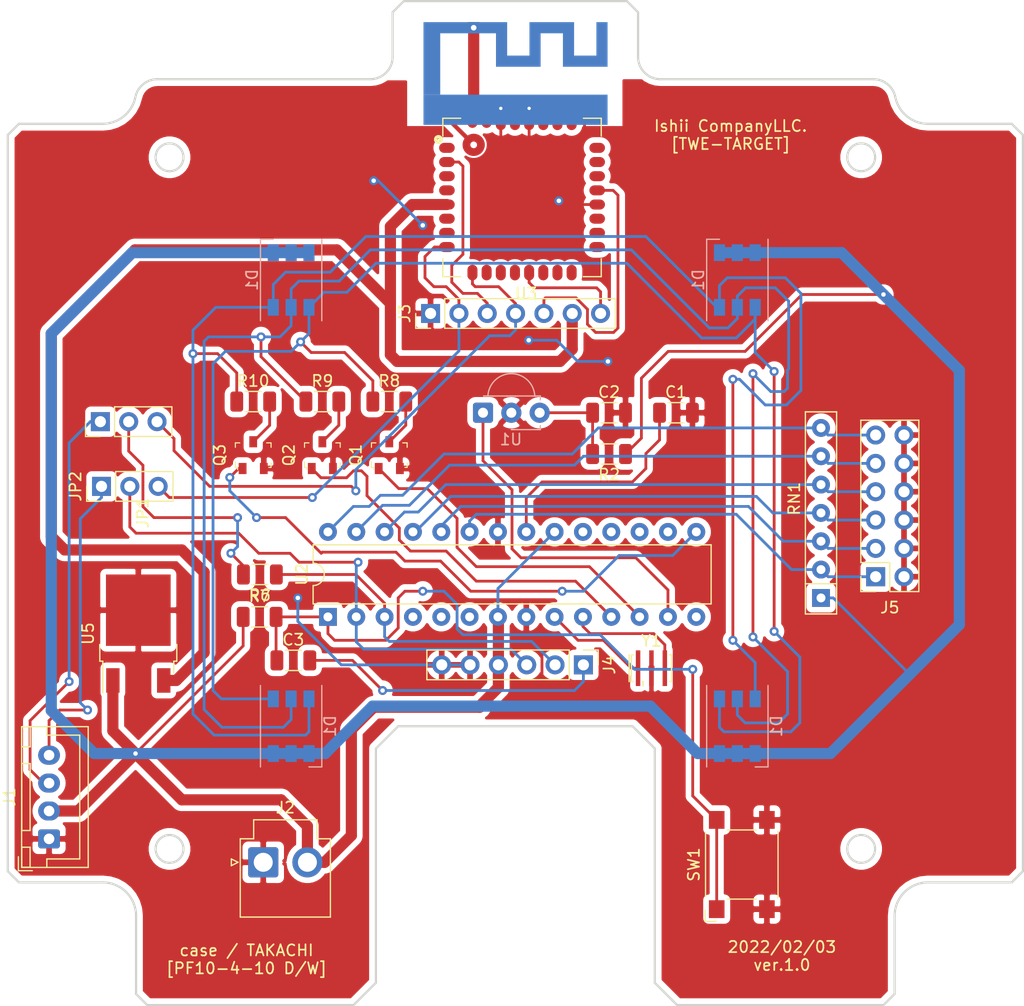
<source format=kicad_pcb>
(kicad_pcb (version 20171130) (host pcbnew "(5.1.9)-1")
  (layers (0 F.Cu signal) (31 B.Cu signal) (34 B.Paste user) (35 F.Paste user) (36 B.SilkS user) (37 F.SilkS user) (38 B.Mask user) (39 F.Mask user) (44 Edge.Cuts user))
  (net 0 "")
  (net 1 "Net-(C1-Pad1)")
  (net 2 GND)
  (net 3 "Net-(C2-Pad1)")
  (net 4 "Net-(C3-Pad2)")
  (net 5 "Net-(C3-Pad1)")
  (net 6 "Net-(D1!!!(番号違いの為逆向き)!!!1-Pad4)")
  (net 7 "Net-(D1!!!(番号違いの為逆向き)!!!1-Pad5)")
  (net 8 "Net-(D1!!!(番号違いの為逆向き)!!!1-Pad6)")
  (net 9 +5V)
  (net 10 TXOUT)
  (net 11 RXOUT)
  (net 12 TWE_TX)
  (net 13 TWE_PRG)
  (net 14 TWE_RX)
  (net 15 TWE_RST)
  (net 16 +3.3V)
  (net 17 TWE_SET)
  (net 18 "Net-(J4-Pad2)")
  (net 19 RX_J)
  (net 20 ID_SW1)
  (net 21 ID_SW2)
  (net 22 ID_SW3)
  (net 23 ID_SW4)
  (net 24 ID_SW5)
  (net 25 ID_SW6)
  (net 26 TX_J)
  (net 27 LED_B)
  (net 28 "Net-(Q1-Pad3)")
  (net 29 "Net-(Q2-Pad3)")
  (net 30 LED_G)
  (net 31 LED_R)
  (net 32 "Net-(Q3-Pad3)")
  (net 33 IRsen)
  (net 34 "Net-(U2-Pad16)")
  (net 35 "Net-(U2-Pad17)")
  (net 36 "Net-(U2-Pad4)")
  (net 37 "Net-(U2-Pad18)")
  (net 38 "Net-(U2-Pad5)")
  (net 39 "Net-(U2-Pad19)")
  (net 40 "Net-(U2-Pad6)")
  (net 41 "Net-(U2-Pad9)")
  (net 42 "Net-(U2-Pad10)")
  (net 43 "Net-(U2-Pad14)")
  (net 44 "Net-(U3-Pad17)")
  (net 45 "Net-(U3-Pad1)")
  (net 46 "Net-(U3-Pad25)")
  (net 47 "Net-(U3-Pad3)")
  (net 48 "Net-(U3-Pad4)")
  (net 49 "Net-(U3-Pad6)")
  (net 50 "Net-(U3-Pad7)")
  (net 51 "Net-(U3-Pad10)")
  (net 52 "Net-(U3-Pad11)")
  (net 53 "Net-(U3-Pad12)")
  (net 54 "Net-(U3-Pad14)")
  (net 55 "Net-(U3-Pad15)")
  (net 56 "Net-(U3-Pad16)")
  (net 57 "Net-(U3-Pad18)")
  (net 58 "Net-(U3-Pad19)")
  (net 59 "Net-(U3-Pad22)")
  (net 60 "Net-(U3-Pad23)")
  (net 61 "Net-(U3-Pad24)")
  (net 62 "Net-(U3-Pad26)")
  (net 63 "Net-(U3-Pad27)")
  (net 64 "Net-(U3-Pad29)")
  (module LED_SMD:LED_WS2812_PLCC6_5.0x5.0mm_P1.6mm (layer B.Cu) (at 168.7 103 90)
    (fp_text reference D1 (at 0 3.5 90) (layer B.SilkS) (effects (justify mirror)))
    (fp_text value LED_RGB)
    (pad 1 smd rect (at -2.45 1.6 90) (size 1.5 1) (layers B.Cu B.Paste B.Mask) (net 9 +5V))
    (pad 2 smd rect (at -2.45 0 90) (size 1.5 1) (layers B.Cu B.Paste B.Mask) (net 9 +5V))
    (pad 3 smd rect (at -2.45 -1.6 90) (size 1.5 1) (layers B.Cu B.Paste B.Mask) (net 9 +5V))
    (pad 6 smd rect (at 2.45 1.6 90) (size 1.5 1) (layers B.Cu B.Paste B.Mask) (net 8 "Net-(D1!!!(番号違いの為逆向き)!!!1-Pad6)"))
    (pad 5 smd rect (at 2.45 0 90) (size 1.5 1) (layers B.Cu B.Paste B.Mask) (net 7 "Net-(D1!!!(番号違いの為逆向き)!!!1-Pad5)"))
    (pad 4 smd rect (at 2.45 -1.6 90) (size 1.5 1) (layers B.Cu B.Paste B.Mask) (net 6 "Net-(D1!!!(番号違いの為逆向き)!!!1-Pad4)"))
  )
  (module LED_SMD:LED_WS2812_PLCC6_5.0x5.0mm_P1.6mm (layer B.Cu) (at 128.7 103 90)
    (fp_text reference D1 (at 0 3.5 90) (layer B.SilkS) (effects (justify mirror)))
    (fp_text value LED_RGB)
    (pad 4 smd rect (at 2.45 -1.6 90) (size 1.5 1) (layers B.Cu B.Paste B.Mask) (net 6 "Net-(D1!!!(番号違いの為逆向き)!!!1-Pad4)"))
    (pad 5 smd rect (at 2.45 0 90) (size 1.5 1) (layers B.Cu B.Paste B.Mask) (net 7 "Net-(D1!!!(番号違いの為逆向き)!!!1-Pad5)"))
    (pad 6 smd rect (at 2.45 1.6 90) (size 1.5 1) (layers B.Cu B.Paste B.Mask) (net 8 "Net-(D1!!!(番号違いの為逆向き)!!!1-Pad6)"))
    (pad 3 smd rect (at -2.45 -1.6 90) (size 1.5 1) (layers B.Cu B.Paste B.Mask) (net 9 +5V))
    (pad 2 smd rect (at -2.45 0 90) (size 1.5 1) (layers B.Cu B.Paste B.Mask) (net 9 +5V))
    (pad 1 smd rect (at -2.45 1.6 90) (size 1.5 1) (layers B.Cu B.Paste B.Mask) (net 9 +5V))
  )
  (module LED_SMD:LED_WS2812_PLCC6_5.0x5.0mm_P1.6mm (layer B.Cu) (at 128.7 63 270)
    (fp_text reference D1 (at 0 3.5 90) (layer B.SilkS) (effects (justify mirror)))
    (fp_text value LED_RGB)
    (pad 1 smd rect (at -2.45 1.6 270) (size 1.5 1) (layers B.Cu B.Paste B.Mask) (net 9 +5V))
    (pad 2 smd rect (at -2.45 0 270) (size 1.5 1) (layers B.Cu B.Paste B.Mask) (net 9 +5V))
    (pad 3 smd rect (at -2.45 -1.6 270) (size 1.5 1) (layers B.Cu B.Paste B.Mask) (net 9 +5V))
    (pad 6 smd rect (at 2.45 1.6 270) (size 1.5 1) (layers B.Cu B.Paste B.Mask) (net 8 "Net-(D1!!!(番号違いの為逆向き)!!!1-Pad6)"))
    (pad 5 smd rect (at 2.45 0 270) (size 1.5 1) (layers B.Cu B.Paste B.Mask) (net 7 "Net-(D1!!!(番号違いの為逆向き)!!!1-Pad5)"))
    (pad 4 smd rect (at 2.45 -1.6 270) (size 1.5 1) (layers B.Cu B.Paste B.Mask) (net 6 "Net-(D1!!!(番号違いの為逆向き)!!!1-Pad4)"))
  )
  (module Capacitor_SMD:C_1206_3216Metric (layer F.Cu) (at 163.2 74.9)
    (fp_text reference C1 (at 0 -1.85) (layer F.SilkS))
    (fp_text value 0.1uf)
    (pad 1 smd roundrect (at -1.475 0) (size 1.15 1.8) (layers F.Cu F.Paste F.Mask) (roundrect_rratio 0.2173904347826087) (net 1 "Net-(C1-Pad1)"))
    (pad 2 smd roundrect (at 1.475 0) (size 1.15 1.8) (layers F.Cu F.Paste F.Mask) (roundrect_rratio 0.2173904347826087) (net 2 GND))
  )
  (module Capacitor_SMD:C_1206_3216Metric (layer F.Cu) (at 157.2 74.9)
    (fp_text reference C2 (at 0 -1.85) (layer F.SilkS))
    (fp_text value 10uf)
    (pad 1 smd roundrect (at -1.475 0) (size 1.15 1.8) (layers F.Cu F.Paste F.Mask) (roundrect_rratio 0.2173904347826087) (net 3 "Net-(C2-Pad1)"))
    (pad 2 smd roundrect (at 1.475 0) (size 1.15 1.8) (layers F.Cu F.Paste F.Mask) (roundrect_rratio 0.2173904347826087) (net 2 GND))
  )
  (module Capacitor_SMD:C_1206_3216Metric (layer F.Cu) (at 128.9 97.1)
    (fp_text reference C3 (at 0 -1.85) (layer F.SilkS))
    (fp_text value 0.1uf)
    (pad 2 smd roundrect (at 1.475 0) (size 1.15 1.8) (layers F.Cu F.Paste F.Mask) (roundrect_rratio 0.2173904347826087) (net 4 "Net-(C3-Pad2)"))
    (pad 1 smd roundrect (at -1.475 0) (size 1.15 1.8) (layers F.Cu F.Paste F.Mask) (roundrect_rratio 0.2173904347826087) (net 5 "Net-(C3-Pad1)"))
  )
  (module LED_SMD:LED_WS2812_PLCC6_5.0x5.0mm_P1.6mm (layer B.Cu) (at 168.7 63 270)
    (fp_text reference D1 (at 0 3.5 90) (layer B.SilkS) (effects (justify mirror)))
    (fp_text value LED_RGB)
    (pad 4 smd rect (at 2.45 -1.6 270) (size 1.5 1) (layers B.Cu B.Paste B.Mask) (net 6 "Net-(D1!!!(番号違いの為逆向き)!!!1-Pad4)"))
    (pad 5 smd rect (at 2.45 0 270) (size 1.5 1) (layers B.Cu B.Paste B.Mask) (net 7 "Net-(D1!!!(番号違いの為逆向き)!!!1-Pad5)"))
    (pad 6 smd rect (at 2.45 1.6 270) (size 1.5 1) (layers B.Cu B.Paste B.Mask) (net 8 "Net-(D1!!!(番号違いの為逆向き)!!!1-Pad6)"))
    (pad 3 smd rect (at -2.45 -1.6 270) (size 1.5 1) (layers B.Cu B.Paste B.Mask) (net 9 +5V))
    (pad 2 smd rect (at -2.45 0 270) (size 1.5 1) (layers B.Cu B.Paste B.Mask) (net 9 +5V))
    (pad 1 smd rect (at -2.45 1.6 270) (size 1.5 1) (layers B.Cu B.Paste B.Mask) (net 9 +5V))
  )
  (module Connector_JST:JST_XH_B4B-XH-A_1x04_P2.50mm_Vertical (layer F.Cu) (at 107 113.1 90)
    (fp_text reference J1 (at 3.75 -3.55 90) (layer F.SilkS))
    (fp_text value 5V_Serial)
    (pad 1 thru_hole roundrect (at 0 0 90) (size 1.7 1.95) (drill 0.95) (layers *.Cu *.Mask) (roundrect_rratio 0.1470588235294118) (net 2 GND))
    (pad 2 thru_hole oval (at 2.5 0 90) (size 1.7 1.95) (drill 0.95) (layers *.Cu *.Mask) (net 9 +5V))
    (pad 3 thru_hole oval (at 5 0 90) (size 1.7 1.95) (drill 0.95) (layers *.Cu *.Mask) (net 10 TXOUT))
    (pad 4 thru_hole oval (at 7.5 0 90) (size 1.7 1.95) (drill 0.95) (layers *.Cu *.Mask) (net 11 RXOUT))
  )
  (module Connector_JST:JST_VH_B2P-VH-B_1x02_P3.96mm_Vertical (layer F.Cu) (at 126.2 115.2)
    (fp_text reference J2 (at 1.98 -4.9) (layer F.SilkS))
    (fp_text value B2B-PH-K-S_LF__SN_)
    (pad 1 thru_hole roundrect (at 0 0) (size 2.7 2.7) (drill 1.7) (layers *.Cu *.Mask) (roundrect_rratio 0.09259296296296296) (net 2 GND))
    (pad 2 thru_hole circle (at 3.96 0) (size 2.7 2.7) (drill 1.7) (layers *.Cu *.Mask) (net 9 +5V))
  )
  (module Connector_PinHeader_2.54mm:PinHeader_1x07_P2.54mm_Vertical (layer F.Cu) (at 141.2 66 90)
    (fp_text reference J3 (at 0 -2.33 90) (layer F.SilkS))
    (fp_text value Conn_01x07)
    (pad 1 thru_hole rect (at 0 0 90) (size 1.7 1.7) (drill 1) (layers *.Cu *.Mask) (net 2 GND))
    (pad 2 thru_hole oval (at 0 2.54 90) (size 1.7 1.7) (drill 1) (layers *.Cu *.Mask) (net 12 TWE_TX))
    (pad 3 thru_hole oval (at 0 5.08 90) (size 1.7 1.7) (drill 1) (layers *.Cu *.Mask) (net 13 TWE_PRG))
    (pad 4 thru_hole oval (at 0 7.62 90) (size 1.7 1.7) (drill 1) (layers *.Cu *.Mask) (net 14 TWE_RX))
    (pad 5 thru_hole oval (at 0 10.16 90) (size 1.7 1.7) (drill 1) (layers *.Cu *.Mask) (net 15 TWE_RST))
    (pad 6 thru_hole oval (at 0 12.7 90) (size 1.7 1.7) (drill 1) (layers *.Cu *.Mask) (net 16 +3.3V))
    (pad 7 thru_hole oval (at 0 15.24 90) (size 1.7 1.7) (drill 1) (layers *.Cu *.Mask) (net 17 TWE_SET))
  )
  (module Connector_PinHeader_2.54mm:PinHeader_1x06_P2.54mm_Vertical (layer F.Cu) (at 154.9 97.5 270)
    (fp_text reference J4 (at 0 -2.33 90) (layer F.SilkS))
    (fp_text value PROG)
    (pad 1 thru_hole rect (at 0 0 270) (size 1.7 1.7) (drill 1) (layers *.Cu *.Mask) (net 4 "Net-(C3-Pad2)"))
    (pad 2 thru_hole oval (at 0 2.54 270) (size 1.7 1.7) (drill 1) (layers *.Cu *.Mask) (net 18 "Net-(J4-Pad2)"))
    (pad 3 thru_hole oval (at 0 5.08 270) (size 1.7 1.7) (drill 1) (layers *.Cu *.Mask) (net 19 RX_J))
    (pad 4 thru_hole oval (at 0 7.62 270) (size 1.7 1.7) (drill 1) (layers *.Cu *.Mask) (net 9 +5V))
    (pad 5 thru_hole oval (at 0 10.16 270) (size 1.7 1.7) (drill 1) (layers *.Cu *.Mask) (net 2 GND))
    (pad 6 thru_hole oval (at 0 12.7 270) (size 1.7 1.7) (drill 1) (layers *.Cu *.Mask) (net 2 GND))
  )
  (module Connector_PinSocket_2.54mm:PinSocket_2x06_P2.54mm_Vertical (layer F.Cu) (at 181.1 89.6 180)
    (fp_text reference J5 (at -1.27 -2.77) (layer F.SilkS))
    (fp_text value Conn_02x06_Counter_Clockwise)
    (pad 1 thru_hole rect (at 0 0 180) (size 1.7 1.7) (drill 1) (layers *.Cu *.Mask) (net 20 ID_SW1))
    (pad 2 thru_hole oval (at -2.54 0 180) (size 1.7 1.7) (drill 1) (layers *.Cu *.Mask) (net 2 GND))
    (pad 3 thru_hole oval (at 0 2.54 180) (size 1.7 1.7) (drill 1) (layers *.Cu *.Mask) (net 21 ID_SW2))
    (pad 4 thru_hole oval (at -2.54 2.54 180) (size 1.7 1.7) (drill 1) (layers *.Cu *.Mask) (net 2 GND))
    (pad 5 thru_hole oval (at 0 5.08 180) (size 1.7 1.7) (drill 1) (layers *.Cu *.Mask) (net 22 ID_SW3))
    (pad 6 thru_hole oval (at -2.54 5.08 180) (size 1.7 1.7) (drill 1) (layers *.Cu *.Mask) (net 2 GND))
    (pad 7 thru_hole oval (at 0 7.62 180) (size 1.7 1.7) (drill 1) (layers *.Cu *.Mask) (net 23 ID_SW4))
    (pad 8 thru_hole oval (at -2.54 7.62 180) (size 1.7 1.7) (drill 1) (layers *.Cu *.Mask) (net 2 GND))
    (pad 9 thru_hole oval (at 0 10.16 180) (size 1.7 1.7) (drill 1) (layers *.Cu *.Mask) (net 24 ID_SW5))
    (pad 10 thru_hole oval (at -2.54 10.16 180) (size 1.7 1.7) (drill 1) (layers *.Cu *.Mask) (net 2 GND))
    (pad 11 thru_hole oval (at 0 12.7 180) (size 1.7 1.7) (drill 1) (layers *.Cu *.Mask) (net 25 ID_SW6))
    (pad 12 thru_hole oval (at -2.54 12.7 180) (size 1.7 1.7) (drill 1) (layers *.Cu *.Mask) (net 2 GND))
  )
  (module Connector_PinHeader_2.54mm:PinHeader_1x03_P2.54mm_Vertical (layer F.Cu) (at 111.6 75.7 90)
    (fp_text reference JP1 (at -8.2 3.8 90) (layer F.SilkS))
    (fp_text value Jumper)
    (pad 1 thru_hole rect (at 0 0 90) (size 1.7 1.7) (drill 1) (layers *.Cu *.Mask) (net 10 TXOUT))
    (pad 2 thru_hole oval (at 0 2.54 90) (size 1.7 1.7) (drill 1) (layers *.Cu *.Mask) (net 26 TX_J))
    (pad 3 thru_hole oval (at 0 5.08 90) (size 1.7 1.7) (drill 1) (layers *.Cu *.Mask) (net 14 TWE_RX))
  )
  (module Connector_PinHeader_2.54mm:PinHeader_1x03_P2.54mm_Vertical (layer F.Cu) (at 111.7 81.5 90)
    (fp_text reference JP2 (at 0 -2.33 90) (layer F.SilkS))
    (fp_text value Jumper)
    (pad 3 thru_hole oval (at 0 5.08 90) (size 1.7 1.7) (drill 1) (layers *.Cu *.Mask) (net 12 TWE_TX))
    (pad 2 thru_hole oval (at 0 2.54 90) (size 1.7 1.7) (drill 1) (layers *.Cu *.Mask) (net 19 RX_J))
    (pad 1 thru_hole rect (at 0 0 90) (size 1.7 1.7) (drill 1) (layers *.Cu *.Mask) (net 11 RXOUT))
  )
  (module digikey-footprints:SOT-23W (layer F.Cu) (at 137.5 78.7 90)
    (fp_text reference Q1 (at 0 -3 90) (layer F.SilkS))
    (fp_text value Q_NMOS_GSD)
    (pad 1 smd rect (at -1.2 -0.95 90) (size 1 0.7) (layers F.Cu F.Paste F.Mask) (net 27 LED_B))
    (pad 2 smd rect (at -1.2 0.95 90) (size 1 0.7) (layers F.Cu F.Paste F.Mask) (net 2 GND))
    (pad 3 smd rect (at 1.2 0 90) (size 1 0.7) (layers F.Cu F.Paste F.Mask) (net 28 "Net-(Q1-Pad3)"))
  )
  (module digikey-footprints:SOT-23W (layer F.Cu) (at 131.5 78.7 90)
    (fp_text reference Q2 (at 0 -3 90) (layer F.SilkS))
    (fp_text value Q_NMOS_GSD)
    (pad 3 smd rect (at 1.2 0 90) (size 1 0.7) (layers F.Cu F.Paste F.Mask) (net 29 "Net-(Q2-Pad3)"))
    (pad 2 smd rect (at -1.2 0.95 90) (size 1 0.7) (layers F.Cu F.Paste F.Mask) (net 2 GND))
    (pad 1 smd rect (at -1.2 -0.95 90) (size 1 0.7) (layers F.Cu F.Paste F.Mask) (net 30 LED_G))
  )
  (module digikey-footprints:SOT-23W (layer F.Cu) (at 125.3 78.7 90)
    (fp_text reference Q3 (at 0 -3 90) (layer F.SilkS))
    (fp_text value Q_NMOS_GSD)
    (pad 1 smd rect (at -1.2 -0.95 90) (size 1 0.7) (layers F.Cu F.Paste F.Mask) (net 31 LED_R))
    (pad 2 smd rect (at -1.2 0.95 90) (size 1 0.7) (layers F.Cu F.Paste F.Mask) (net 2 GND))
    (pad 3 smd rect (at 1.2 0 90) (size 1 0.7) (layers F.Cu F.Paste F.Mask) (net 32 "Net-(Q3-Pad3)"))
  )
  (module Capacitor_SMD:C_1206_3216Metric (layer F.Cu) (at 157.2 78.6 180)
    (fp_text reference R2 (at 0 -1.85) (layer F.SilkS))
    (fp_text value 100)
    (pad 2 smd roundrect (at 1.475 0 180) (size 1.15 1.8) (layers F.Cu F.Paste F.Mask) (roundrect_rratio 0.2173904347826087) (net 3 "Net-(C2-Pad1)"))
    (pad 1 smd roundrect (at -1.475 0 180) (size 1.15 1.8) (layers F.Cu F.Paste F.Mask) (roundrect_rratio 0.2173904347826087) (net 9 +5V))
  )
  (module Capacitor_SMD:C_1206_3216Metric (layer F.Cu) (at 125.9 89.4 180)
    (fp_text reference R6 (at 0 -1.85) (layer F.SilkS))
    (fp_text value 1k)
    (pad 1 smd roundrect (at -1.475 0 180) (size 1.15 1.8) (layers F.Cu F.Paste F.Mask) (roundrect_rratio 0.2173904347826087) (net 18 "Net-(J4-Pad2)"))
    (pad 2 smd roundrect (at 1.475 0 180) (size 1.15 1.8) (layers F.Cu F.Paste F.Mask) (roundrect_rratio 0.2173904347826087) (net 26 TX_J))
  )
  (module Capacitor_SMD:C_1206_3216Metric (layer F.Cu) (at 125.875 93.2)
    (fp_text reference R7 (at 0 -1.85) (layer F.SilkS))
    (fp_text value 10k)
    (pad 2 smd roundrect (at 1.475 0) (size 1.15 1.8) (layers F.Cu F.Paste F.Mask) (roundrect_rratio 0.2173904347826087) (net 5 "Net-(C3-Pad1)"))
    (pad 1 smd roundrect (at -1.475 0) (size 1.15 1.8) (layers F.Cu F.Paste F.Mask) (roundrect_rratio 0.2173904347826087) (net 9 +5V))
  )
  (module Capacitor_SMD:C_1206_3216Metric (layer F.Cu) (at 137.5 73.9)
    (fp_text reference R8 (at 0 -1.85) (layer F.SilkS))
    (fp_text value 3.3k)
    (pad 1 smd roundrect (at -1.475 0) (size 1.15 1.8) (layers F.Cu F.Paste F.Mask) (roundrect_rratio 0.2173904347826087) (net 6 "Net-(D1!!!(番号違いの為逆向き)!!!1-Pad4)"))
    (pad 2 smd roundrect (at 1.475 0) (size 1.15 1.8) (layers F.Cu F.Paste F.Mask) (roundrect_rratio 0.2173904347826087) (net 28 "Net-(Q1-Pad3)"))
  )
  (module Capacitor_SMD:C_1206_3216Metric (layer F.Cu) (at 131.5 73.9)
    (fp_text reference R9 (at 0 -1.85) (layer F.SilkS))
    (fp_text value 3.3k)
    (pad 2 smd roundrect (at 1.475 0) (size 1.15 1.8) (layers F.Cu F.Paste F.Mask) (roundrect_rratio 0.2173904347826087) (net 29 "Net-(Q2-Pad3)"))
    (pad 1 smd roundrect (at -1.475 0) (size 1.15 1.8) (layers F.Cu F.Paste F.Mask) (roundrect_rratio 0.2173904347826087) (net 7 "Net-(D1!!!(番号違いの為逆向き)!!!1-Pad5)"))
  )
  (module Capacitor_SMD:C_1206_3216Metric (layer F.Cu) (at 125.3 73.9)
    (fp_text reference R10 (at 0 -1.85) (layer F.SilkS))
    (fp_text value 3.3k)
    (pad 1 smd roundrect (at -1.475 0) (size 1.15 1.8) (layers F.Cu F.Paste F.Mask) (roundrect_rratio 0.2173904347826087) (net 8 "Net-(D1!!!(番号違いの為逆向き)!!!1-Pad6)"))
    (pad 2 smd roundrect (at 1.475 0) (size 1.15 1.8) (layers F.Cu F.Paste F.Mask) (roundrect_rratio 0.2173904347826087) (net 32 "Net-(Q3-Pad3)"))
  )
  (module Resistor_THT:R_Array_SIP7 (layer F.Cu) (at 176.2 91.5 90)
    (fp_text reference RN1 (at 8.89 -2.4 90) (layer F.SilkS))
    (fp_text value R_Network06)
    (pad 1 thru_hole rect (at 0 0 90) (size 1.6 1.6) (drill 0.8) (layers *.Cu *.Mask) (net 9 +5V))
    (pad 2 thru_hole oval (at 2.54 0 90) (size 1.6 1.6) (drill 0.8) (layers *.Cu *.Mask) (net 20 ID_SW1))
    (pad 3 thru_hole oval (at 5.08 0 90) (size 1.6 1.6) (drill 0.8) (layers *.Cu *.Mask) (net 21 ID_SW2))
    (pad 4 thru_hole oval (at 7.62 0 90) (size 1.6 1.6) (drill 0.8) (layers *.Cu *.Mask) (net 22 ID_SW3))
    (pad 5 thru_hole oval (at 10.16 0 90) (size 1.6 1.6) (drill 0.8) (layers *.Cu *.Mask) (net 23 ID_SW4))
    (pad 6 thru_hole oval (at 12.7 0 90) (size 1.6 1.6) (drill 0.8) (layers *.Cu *.Mask) (net 24 ID_SW5))
    (pad 7 thru_hole oval (at 15.24 0 90) (size 1.6 1.6) (drill 0.8) (layers *.Cu *.Mask) (net 25 ID_SW6))
  )
  (module Button_Switch_SMD:SW_SPST_Omron_B3FS-100xP (layer F.Cu) (at 169.1 115.4 90)
    (fp_text reference SW1 (at 0 -4.3 90) (layer F.SilkS))
    (fp_text value SW_DPST_x2)
    (pad 2 smd rect (at 4 -2.25 270) (size 1.6 1.4) (layers F.Cu F.Paste F.Mask) (net 5 "Net-(C3-Pad1)"))
    (pad 1 smd rect (at -4 -2.25 270) (size 1.6 1.4) (layers F.Cu F.Paste F.Mask) (net 5 "Net-(C3-Pad1)"))
    (pad 4 smd rect (at 4 2.25 270) (size 1.6 1.4) (layers F.Cu F.Paste F.Mask) (net 2 GND))
    (pad 3 smd rect (at -4 2.25 270) (size 1.6 1.4) (layers F.Cu F.Paste F.Mask) (net 2 GND))
  )
  (module OptoDevice:Vishay_MINICAST-3Pin (layer B.Cu) (at 145.9 74.9)
    (fp_text reference U1 (at 2.5 2.4 -180) (layer B.SilkS) (effects (justify mirror)))
    (fp_text value TSOP59540TR1)
    (pad 1 thru_hole roundrect (at 0 0) (size 1.8 1.8) (drill 0.9) (layers *.Cu *.Mask) (roundrect_rratio 0.139) (net 33 IRsen))
    (pad 2 thru_hole circle (at 2.54 0) (size 1.8 1.8) (drill 0.9) (layers *.Cu *.Mask) (net 2 GND))
    (pad 3 thru_hole circle (at 5.08 0) (size 1.8 1.8) (drill 0.9) (layers *.Cu *.Mask) (net 3 "Net-(C2-Pad1)"))
  )
  (module Package_DIP:DIP-28_W7.62mm (layer F.Cu) (at 132 93.2 90)
    (fp_text reference U2 (at 3.81 -2.33 90) (layer F.SilkS))
    (fp_text value ATmega328P-PU)
    (pad 1 thru_hole rect (at 0 0 90) (size 1.6 1.6) (drill 0.8) (layers *.Cu *.Mask) (net 5 "Net-(C3-Pad1)"))
    (pad 15 thru_hole oval (at 7.62 33.02 90) (size 1.6 1.6) (drill 0.8) (layers *.Cu *.Mask) (net 31 LED_R))
    (pad 2 thru_hole oval (at 0 2.54 90) (size 1.6 1.6) (drill 0.8) (layers *.Cu *.Mask) (net 19 RX_J))
    (pad 16 thru_hole oval (at 7.62 30.48 90) (size 1.6 1.6) (drill 0.8) (layers *.Cu *.Mask) (net 34 "Net-(U2-Pad16)"))
    (pad 3 thru_hole oval (at 0 5.08 90) (size 1.6 1.6) (drill 0.8) (layers *.Cu *.Mask) (net 18 "Net-(J4-Pad2)"))
    (pad 17 thru_hole oval (at 7.62 27.94 90) (size 1.6 1.6) (drill 0.8) (layers *.Cu *.Mask) (net 35 "Net-(U2-Pad17)"))
    (pad 4 thru_hole oval (at 0 7.62 90) (size 1.6 1.6) (drill 0.8) (layers *.Cu *.Mask) (net 36 "Net-(U2-Pad4)"))
    (pad 18 thru_hole oval (at 7.62 25.4 90) (size 1.6 1.6) (drill 0.8) (layers *.Cu *.Mask) (net 37 "Net-(U2-Pad18)"))
    (pad 5 thru_hole oval (at 0 10.16 90) (size 1.6 1.6) (drill 0.8) (layers *.Cu *.Mask) (net 38 "Net-(U2-Pad5)"))
    (pad 19 thru_hole oval (at 7.62 22.86 90) (size 1.6 1.6) (drill 0.8) (layers *.Cu *.Mask) (net 39 "Net-(U2-Pad19)"))
    (pad 6 thru_hole oval (at 0 12.7 90) (size 1.6 1.6) (drill 0.8) (layers *.Cu *.Mask) (net 40 "Net-(U2-Pad6)"))
    (pad 20 thru_hole oval (at 7.62 20.32 90) (size 1.6 1.6) (drill 0.8) (layers *.Cu *.Mask) (net 9 +5V))
    (pad 7 thru_hole oval (at 0 15.24 90) (size 1.6 1.6) (drill 0.8) (layers *.Cu *.Mask) (net 9 +5V))
    (pad 21 thru_hole oval (at 7.62 17.78 90) (size 1.6 1.6) (drill 0.8) (layers *.Cu *.Mask) (net 1 "Net-(C1-Pad1)"))
    (pad 8 thru_hole oval (at 0 17.78 90) (size 1.6 1.6) (drill 0.8) (layers *.Cu *.Mask) (net 2 GND))
    (pad 22 thru_hole oval (at 7.62 15.24 90) (size 1.6 1.6) (drill 0.8) (layers *.Cu *.Mask) (net 2 GND))
    (pad 9 thru_hole oval (at 0 20.32 90) (size 1.6 1.6) (drill 0.8) (layers *.Cu *.Mask) (net 41 "Net-(U2-Pad9)"))
    (pad 23 thru_hole oval (at 7.62 12.7 90) (size 1.6 1.6) (drill 0.8) (layers *.Cu *.Mask) (net 20 ID_SW1))
    (pad 10 thru_hole oval (at 0 22.86 90) (size 1.6 1.6) (drill 0.8) (layers *.Cu *.Mask) (net 42 "Net-(U2-Pad10)"))
    (pad 24 thru_hole oval (at 7.62 10.16 90) (size 1.6 1.6) (drill 0.8) (layers *.Cu *.Mask) (net 21 ID_SW2))
    (pad 11 thru_hole oval (at 0 25.4 90) (size 1.6 1.6) (drill 0.8) (layers *.Cu *.Mask) (net 30 LED_G))
    (pad 25 thru_hole oval (at 7.62 7.62 90) (size 1.6 1.6) (drill 0.8) (layers *.Cu *.Mask) (net 22 ID_SW3))
    (pad 12 thru_hole oval (at 0 27.94 90) (size 1.6 1.6) (drill 0.8) (layers *.Cu *.Mask) (net 27 LED_B))
    (pad 26 thru_hole oval (at 7.62 5.08 90) (size 1.6 1.6) (drill 0.8) (layers *.Cu *.Mask) (net 23 ID_SW4))
    (pad 13 thru_hole oval (at 0 30.48 90) (size 1.6 1.6) (drill 0.8) (layers *.Cu *.Mask) (net 33 IRsen))
    (pad 27 thru_hole oval (at 7.62 2.54 90) (size 1.6 1.6) (drill 0.8) (layers *.Cu *.Mask) (net 24 ID_SW5))
    (pad 14 thru_hole oval (at 0 33.02 90) (size 1.6 1.6) (drill 0.8) (layers *.Cu *.Mask) (net 43 "Net-(U2-Pad14)"))
    (pad 28 thru_hole oval (at 7.62 0 90) (size 1.6 1.6) (drill 0.8) (layers *.Cu *.Mask) (net 25 ID_SW6))
  )
  (module MonoWireless:MonoWireless_TWELITE_SMD_w_RevF_Ant (layer F.Cu) (at 149.4 55.6)
    (fp_text reference U3 (at 0.365736 8.612759) (layer F.SilkS))
    (fp_text value TWE-L-WX)
    (fp_poly (pts (xy -1.334995 -12.714999) (xy 0.665002 -12.714999) (xy 0.665002 -15.714993) (xy 4.664998 -15.714993) (xy 4.664998 -12.714999) (xy 6.664997 -12.714999) (xy 6.664997 -15.714993) (xy 7.665013 -15.714993) (xy 7.665013 -11.714996) (xy 3.665017 -11.714996) (xy 3.665017 -14.714998) (xy 1.665019 -14.714998) (xy 1.665003 -11.714995) (xy -2.335012 -11.714996) (xy -2.335012 -14.714998) (xy -7.33499 -14.714998) (xy -7.33499 -9.214995) (xy -8.834997 -9.214995) (xy -8.834997 -15.714993) (xy -1.334995 -15.714993)) (layer B.Cu) (width 0))
    (fp_poly (pts (xy 7.666503 -9.214995) (xy -8.834997 -9.214995) (xy -8.834997 -6.504995) (xy 7.665013 -6.504995) (xy 7.666503 -9.220595)) (layer B.Cu) (width 0))
    (fp_poly (pts (xy -3.834997 -8.214996) (xy -7.58501 -8.214996) (xy -4.614397 -5.296295) (xy -4.411197 -5.105795) (xy -4.703297 -4.839095) (xy -4.902302 -5.03228) (xy -8.081497 -8.217295) (xy -8.08501 -8.714996) (xy -4.834997 -8.714996) (xy -4.834997 -15.714994) (xy -3.834997 -15.714994)) (layer F.Cu) (width 0))
    (fp_poly (pts (xy 1.085004 -6.866003) (xy 0.185004 -6.866003) (xy 0.185004 -7.984996) (xy 1.085004 -7.984996)) (layer F.Cu) (width 0))
    (fp_poly (pts (xy -1.454996 -6.866003) (xy -2.354996 -6.866003) (xy -2.354996 -7.984996) (xy -1.454996 -7.984996)) (layer F.Cu) (width 0))
    (fp_circle (center -4.335 -4.715) (end -4.035 -4.715) (layer F.Cu) (width 0.7))
    (pad 17 smd oval (at 6.735 4.445) (size 1.4 0.9) (layers F.Cu F.Paste F.Mask) (net 44 "Net-(U3-Pad17)"))
    (pad 9 smd oval (at -4.445 6.735 270) (size 1.4 0.9) (layers F.Cu F.Paste F.Mask) (net 14 TWE_RX))
    (pad 1 smd oval (at -6.735 -4.445) (size 1.4 0.9) (layers F.Cu F.Paste F.Mask) (net 45 "Net-(U3-Pad1)"))
    (pad 30 thru_hole circle (at -1.904997 -7.984995 270) (size 0.9 0.9) (drill 0.3) (layers *.Cu) (net 2 GND))
    (pad "" smd custom (at 0.635 -6.985 270) (size 0.9 0.9) (layers F.Cu F.Paste F.Mask) (net 2 GND) (options (clearance outline) (anchor circle)) (primitives (gr_poly (pts (xy 0.715 0.175) (xy 0.315 0.175) (xy 0.315 -0.225) (xy 0.715 -0.225)) (width 0.1)) (gr_circle (center 0.5 0) (end 0.8 0) (width 0.3)) (gr_poly (pts (xy 0.45 0.45) (xy -0.05 0.45) (xy -0.05 -0.45) (xy 0.45 -0.45)) (width 0))))
    (pad 25 smd oval (at 4.445 -6.735 90) (size 1.4 0.9) (layers F.Cu F.Paste F.Mask) (net 46 "Net-(U3-Pad25)"))
    (pad 32 smd oval (at -4.445004 -6.835 270) (size 1.2 0.9) (layers F.Cu F.Paste F.Mask) (net 2 GND))
    (pad 28 thru_hole circle (at 0.635003 -7.984995 270) (size 0.9 0.9) (drill 0.3) (layers *.Cu) (net 2 GND))
    (pad "" smd custom (at -1.905004 -6.985 270) (size 0.9 0.9) (layers F.Cu F.Paste F.Mask) (net 2 GND) (options (clearance outline) (anchor circle)) (primitives (gr_poly (pts (xy 0.715 0.175) (xy 0.315 0.175) (xy 0.315 -0.225) (xy 0.715 -0.225)) (width 0.1)) (gr_circle (center 0.5 0) (end 0.8 0) (width 0.3)) (gr_poly (pts (xy 0.45 0.45) (xy -0.05 0.45) (xy -0.05 -0.45) (xy 0.45 -0.45)) (width 0))))
    (pad "" thru_hole rect (at -4.334997 -15.214995 270) (size 1 1) (drill 0.5) (layers *.Cu *.Mask))
    (pad 31 smd oval (at -3.175 -6.835 270) (size 1.2 0.9) (layers F.Cu F.Paste F.Mask) (net 2 GND))
    (pad 2 smd oval (at -6.735 -3.175) (size 1.4 0.9) (layers F.Cu F.Paste F.Mask) (net 13 TWE_PRG))
    (pad 3 smd oval (at -6.735 -1.905) (size 1.4 0.9) (layers F.Cu F.Paste F.Mask) (net 47 "Net-(U3-Pad3)"))
    (pad 4 smd oval (at -6.735 -0.635) (size 1.4 0.9) (layers F.Cu F.Paste F.Mask) (net 48 "Net-(U3-Pad4)"))
    (pad 5 smd oval (at -6.735 0.635) (size 1.4 0.9) (layers F.Cu F.Paste F.Mask) (net 16 +3.3V))
    (pad 6 smd oval (at -6.735 1.905) (size 1.4 0.9) (layers F.Cu F.Paste F.Mask) (net 49 "Net-(U3-Pad6)"))
    (pad 7 smd oval (at -6.735 3.175) (size 1.4 0.9) (layers F.Cu F.Paste F.Mask) (net 50 "Net-(U3-Pad7)"))
    (pad 8 smd oval (at -6.735 4.445) (size 1.4 0.9) (layers F.Cu F.Paste F.Mask) (net 12 TWE_TX))
    (pad 10 smd oval (at -3.175 6.735 270) (size 1.4 0.9) (layers F.Cu F.Paste F.Mask) (net 51 "Net-(U3-Pad10)"))
    (pad 11 smd oval (at -1.905 6.735 270) (size 1.4 0.9) (layers F.Cu F.Paste F.Mask) (net 52 "Net-(U3-Pad11)"))
    (pad 12 smd oval (at -0.635 6.735 270) (size 1.4 0.9) (layers F.Cu F.Paste F.Mask) (net 53 "Net-(U3-Pad12)"))
    (pad 13 smd oval (at 0.635 6.735 270) (size 1.4 0.9) (layers F.Cu F.Paste F.Mask) (net 17 TWE_SET))
    (pad 14 smd oval (at 1.905 6.735 270) (size 1.4 0.9) (layers F.Cu F.Paste F.Mask) (net 54 "Net-(U3-Pad14)"))
    (pad 15 smd oval (at 3.175 6.735 270) (size 1.4 0.9) (layers F.Cu F.Paste F.Mask) (net 55 "Net-(U3-Pad15)"))
    (pad 16 smd oval (at 4.445 6.735 270) (size 1.4 0.9) (layers F.Cu F.Paste F.Mask) (net 56 "Net-(U3-Pad16)"))
    (pad 18 smd oval (at 6.735 3.175) (size 1.4 0.9) (layers F.Cu F.Paste F.Mask) (net 57 "Net-(U3-Pad18)"))
    (pad 19 smd oval (at 6.735 1.905) (size 1.4 0.9) (layers F.Cu F.Paste F.Mask) (net 58 "Net-(U3-Pad19)"))
    (pad 20 smd oval (at 6.735 0.635) (size 1.4 0.9) (layers F.Cu F.Paste F.Mask) (net 2 GND))
    (pad 21 smd oval (at 6.735 -0.635) (size 1.4 0.9) (layers F.Cu F.Paste F.Mask) (net 15 TWE_RST))
    (pad 22 smd oval (at 6.735 -1.905) (size 1.4 0.9) (layers F.Cu F.Paste F.Mask) (net 59 "Net-(U3-Pad22)"))
    (pad 23 smd oval (at 6.735 -3.175) (size 1.4 0.9) (layers F.Cu F.Paste F.Mask) (net 60 "Net-(U3-Pad23)"))
    (pad 24 smd oval (at 6.735 -4.445) (size 1.4 0.9) (layers F.Cu F.Paste F.Mask) (net 61 "Net-(U3-Pad24)"))
    (pad 26 smd oval (at 3.175 -6.735 90) (size 1.4 0.9) (layers F.Cu F.Paste F.Mask) (net 62 "Net-(U3-Pad26)"))
    (pad 27 smd oval (at 1.905 -6.735 90) (size 1.4 0.9) (layers F.Cu F.Paste F.Mask) (net 63 "Net-(U3-Pad27)"))
    (pad 29 smd oval (at -0.635 -6.735 90) (size 1.4 0.9) (layers F.Cu F.Paste F.Mask) (net 64 "Net-(U3-Pad29)"))
  )
  (module Package_TO_SOT_SMD:TO-252-2 (layer F.Cu) (at 115 94.7 90)
    (fp_text reference U5 (at 0 -4.5 90) (layer F.SilkS))
    (fp_text value R-781.8-1.0)
    (pad 1 smd rect (at -4.2 -2.28 90) (size 2.2 1.2) (layers F.Cu F.Paste F.Mask) (net 9 +5V))
    (pad 3 smd rect (at -4.2 2.28 90) (size 2.2 1.2) (layers F.Cu F.Paste F.Mask) (net 16 +3.3V))
    (pad 2 smd rect (at 2.1 0 90) (size 6.4 5.8) (layers F.Cu F.Mask) (net 2 GND))
  )
  (module Crystal:Resonator_SMD_muRata_CSTxExxV-3Pin_3.0x1.1mm_HandSoldering (layer F.Cu) (at 161 97.8)
    (fp_text reference Y1 (at 0 -2.45) (layer F.SilkS))
    (fp_text value Crystal_GND2)
    (pad 1 smd rect (at -1.2 0) (size 0.4 3.2) (layers F.Cu F.Paste F.Mask) (net 41 "Net-(U2-Pad9)"))
    (pad 2 smd rect (at 0 0) (size 0.4 3.2) (layers F.Cu F.Paste F.Mask) (net 2 GND))
    (pad 3 smd rect (at 1.2 0) (size 0.4 3.2) (layers F.Cu F.Paste F.Mask) (net 42 "Net-(U2-Pad10)"))
  )
  (gr_text "case / TAKACHI\n[PF10-4-10 D/W]\n" (at 124.7 123.9) (layer F.SilkS) (effects (font (size 1 1))))
  (gr_text "2022/02/03\nver.1.0" (at 172.7 123.6) (layer F.SilkS) (effects (font (size 1 1))))
  (gr_text "Ishii CompanyLLC.\n[TWE-TARGET]" (at 168.1 50) (layer F.SilkS) (effects (font (size 1 1))))
  (gr_line (start 104.3 49) (end 103.3 50) (layer Edge.Cuts) (width 0.2))
  (gr_line (start 138.8 38) (end 137.8 39) (layer Edge.Cuts) (width 0.2))
  (gr_arc (start 180.90102 47) (end 182.860612 46.600001) (angle -78.46304097) (layer Edge.Cuts) (width 0.2))
  (gr_line (start 116.69898 45) (end 135.8 45) (layer Edge.Cuts) (width 0.2))
  (gr_circle (center 179.8 114) (end 181.05 114) (layer Edge.Cuts) (width 0.2))
  (gr_line (start 103.3 116) (end 104.3 117) (layer Edge.Cuts) (width 0.2))
  (gr_line (start 134.3 128) (end 136.3 126) (layer Edge.Cuts) (width 0.2))
  (gr_circle (center 117.8 52) (end 119.050001 52) (layer Edge.Cuts) (width 0.2))
  (gr_line (start 115.8 128) (end 134.3 128) (layer Edge.Cuts) (width 0.2))
  (gr_line (start 104.3 117) (end 111.8 117) (layer Edge.Cuts) (width 0.2))
  (gr_line (start 194.3 50) (end 194.3 116) (layer Edge.Cuts) (width 0.2))
  (gr_line (start 136.3 105) (end 136.3 126) (layer Edge.Cuts) (width 0.2))
  (gr_line (start 114.8 120) (end 114.8 127) (layer Edge.Cuts) (width 0.2))
  (gr_circle (center 117.8 114) (end 119.05 114) (layer Edge.Cuts) (width 0.2))
  (gr_line (start 159.8 39) (end 159.8 43) (layer Edge.Cuts) (width 0.2))
  (gr_line (start 104.3 49) (end 111.8 49) (layer Edge.Cuts) (width 0.2))
  (gr_line (start 161.3 126) (end 163.3 128) (layer Edge.Cuts) (width 0.2))
  (gr_line (start 159.3 103) (end 161.3 105) (layer Edge.Cuts) (width 0.2))
  (gr_line (start 103.3 50) (end 103.3 116) (layer Edge.Cuts) (width 0.2))
  (gr_arc (start 111.8 120) (end 114.800001 120) (angle -90) (layer Edge.Cuts) (width 0.2))
  (gr_line (start 182.8 120) (end 182.8 127) (layer Edge.Cuts) (width 0.2))
  (gr_circle (center 179.8 52) (end 181.049999 52) (layer Edge.Cuts) (width 0.2))
  (gr_arc (start 116.69898 47) (end 116.69898 45.000001) (angle -78.46304097) (layer Edge.Cuts) (width 0.2))
  (gr_line (start 159.3 103) (end 138.3 103) (layer Edge.Cuts) (width 0.2))
  (gr_line (start 161.8 45) (end 180.90102 45) (layer Edge.Cuts) (width 0.2))
  (gr_line (start 161.3 126) (end 161.3 105) (layer Edge.Cuts) (width 0.2))
  (gr_line (start 159.8 39) (end 158.8 38) (layer Edge.Cuts) (width 0.2))
  (gr_arc (start 161.8 43) (end 159.799999 43) (angle -90) (layer Edge.Cuts) (width 0.2))
  (gr_line (start 185.8 117) (end 193.3 117) (layer Edge.Cuts) (width 0.2))
  (gr_line (start 163.3 128) (end 181.8 128) (layer Edge.Cuts) (width 0.2))
  (gr_line (start 181.8 128) (end 182.8 127) (layer Edge.Cuts) (width 0.2))
  (gr_line (start 193.3 117) (end 194.3 116) (layer Edge.Cuts) (width 0.2))
  (gr_arc (start 185.8 120) (end 185.8 116.999999) (angle -90) (layer Edge.Cuts) (width 0.2))
  (gr_arc (start 111.8 46) (end 111.8 49.000001) (angle -78.46304097) (layer Edge.Cuts) (width 0.2))
  (gr_line (start 138.8 38) (end 158.8 38) (layer Edge.Cuts) (width 0.2))
  (gr_line (start 185.8 49) (end 193.3 49) (layer Edge.Cuts) (width 0.2))
  (gr_line (start 114.8 127) (end 115.8 128) (layer Edge.Cuts) (width 0.2))
  (gr_line (start 136.3 105) (end 138.3 103) (layer Edge.Cuts) (width 0.2))
  (gr_arc (start 135.8 43) (end 135.8 45.000001) (angle -90) (layer Edge.Cuts) (width 0.2))
  (gr_line (start 137.8 43) (end 137.8 39) (layer Edge.Cuts) (width 0.2))
  (gr_line (start 194.3 50) (end 193.3 49) (layer Edge.Cuts) (width 0.2))
  (gr_arc (start 185.8 46) (end 182.860612 46.6) (angle -78.46304097) (layer Edge.Cuts) (width 0.2))
  (segment (start 150.035 48.615) (end 150.035 50.665) (width 0.25) (layer F.Cu) (net 2))
  (segment (start 147.494996 48.615) (end 147.494996 50.694996) (width 0.25) (layer F.Cu) (net 2))
  (segment (start 149.78 82.52) (end 149.78 85.58) (width 0.25) (layer F.Cu) (net 1))
  (segment (start 151.2 81.1) (end 149.78 82.52) (width 0.25) (layer F.Cu) (net 1))
  (segment (start 159.3 81.1) (end 151.2 81.1) (width 0.25) (layer F.Cu) (net 1))
  (segment (start 160.5 79.9) (end 159.3 81.1) (width 0.25) (layer F.Cu) (net 1))
  (segment (start 160.5 78.56319) (end 160.5 79.9) (width 0.25) (layer F.Cu) (net 1))
  (segment (start 161.725 77.33819) (end 160.5 78.56319) (width 0.25) (layer F.Cu) (net 1))
  (segment (start 161.725 74.9) (end 161.725 77.33819) (width 0.25) (layer F.Cu) (net 1))
  (segment (start 144.954996 48.765) (end 146.225 48.765) (width 0.25) (layer F.Cu) (net 2))
  (segment (start 147.374995 47.615005) (end 147.495003 47.615005) (width 0.25) (layer F.Cu) (net 2))
  (segment (start 146.225 48.765) (end 147.374995 47.615005) (width 0.25) (layer F.Cu) (net 2))
  (segment (start 147.495003 47.615005) (end 150.035003 47.615005) (width 0.25) (layer F.Cu) (net 2))
  (segment (start 152.7 56) (end 152.935 56.235) (width 0.25) (layer F.Cu) (net 2))
  (segment (start 152.935 56.235) (end 156.135 56.235) (width 0.25) (layer F.Cu) (net 2))
  (segment (start 152.7 55.9) (end 152.7 56) (width 0.25) (layer F.Cu) (net 2))
  (via (at 152.7 55.9) (size 0.8) (drill 0.4) (layers F.Cu B.Cu) (net 2))
  (segment (start 144.74 97.5) (end 142.2 97.5) (width 0.25) (layer B.Cu) (net 2))
  (segment (start 142.2 97.5) (end 133.2 97.5) (width 0.25) (layer B.Cu) (net 2))
  (segment (start 133.2 97.5) (end 130 94.3) (width 0.25) (layer B.Cu) (net 2))
  (segment (start 130 94.3) (end 129.3 93.6) (width 0.25) (layer B.Cu) (net 2))
  (segment (start 129.3 93.6) (end 129.3 91.5) (width 0.25) (layer B.Cu) (net 2))
  (segment (start 129.3 91.5) (end 129.3 91.5) (width 0.25) (layer B.Cu) (net 2))
  (via (at 129.3 91.5) (size 0.8) (drill 0.4) (layers F.Cu B.Cu) (net 2))
  (segment (start 149.78 93.2) (end 149.78 95.08) (width 0.25) (layer F.Cu) (net 2))
  (segment (start 151.184999 96.484999) (end 151.184999 99.784999) (width 0.25) (layer F.Cu) (net 2))
  (segment (start 149.78 95.08) (end 151.184999 96.484999) (width 0.25) (layer F.Cu) (net 2))
  (segment (start 151.184999 99.784999) (end 151.3 99.9) (width 0.25) (layer F.Cu) (net 2))
  (segment (start 151.3 99.9) (end 151.3 100.5) (width 0.25) (layer F.Cu) (net 2))
  (segment (start 151.3 100.5) (end 151.9 101.1) (width 0.25) (layer F.Cu) (net 2))
  (segment (start 151.9 101.1) (end 156.2 101.1) (width 0.25) (layer F.Cu) (net 2))
  (segment (start 156.2 101.1) (end 157.6 99.7) (width 0.25) (layer F.Cu) (net 2))
  (segment (start 157.6 99.7) (end 157.6 99.7) (width 0.25) (layer F.Cu) (net 2))
  (via (at 136.1 54.1) (size 0.8) (drill 0.4) (layers F.Cu B.Cu) (net 2))
  (via (at 140.5 58.1) (size 0.8) (drill 0.4) (layers F.Cu B.Cu) (net 2))
  (segment (start 136.5 54.1) (end 136.1 54.1) (width 0.25) (layer B.Cu) (net 2))
  (segment (start 140.5 58.1) (end 136.5 54.1) (width 0.25) (layer B.Cu) (net 2))
  (segment (start 154.715005 47.615005) (end 155 47.9) (width 0.25) (layer F.Cu) (net 2))
  (segment (start 150.035003 47.615005) (end 154.715005 47.615005) (width 0.25) (layer F.Cu) (net 2))
  (segment (start 155 47.9) (end 155 50) (width 0.25) (layer F.Cu) (net 2))
  (segment (start 155 50) (end 152.7 52.3) (width 0.25) (layer F.Cu) (net 2))
  (segment (start 152.7 52.3) (end 152.7 55.9) (width 0.25) (layer F.Cu) (net 2))
  (via (at 150 68.4) (size 0.8) (drill 0.4) (layers F.Cu B.Cu) (net 2))
  (via (at 157.1 70.3) (size 0.8) (drill 0.4) (layers F.Cu B.Cu) (net 2))
  (segment (start 150 68.4) (end 152.5 68.4) (width 0.25) (layer B.Cu) (net 2))
  (segment (start 154.4 70.3) (end 157.1 70.3) (width 0.25) (layer B.Cu) (net 2))
  (segment (start 152.5 68.4) (end 154.4 70.3) (width 0.25) (layer B.Cu) (net 2))
  (segment (start 155.725 78.6) (end 155.725 74.9) (width 0.25) (layer F.Cu) (net 3))
  (segment (start 155.725 74.9) (end 150.98 74.9) (width 0.25) (layer F.Cu) (net 3))
  (segment (start 130.375 97.1) (end 134.2 97.1) (width 0.25) (layer F.Cu) (net 4))
  (segment (start 134.2 97.1) (end 136.9 99.8) (width 0.25) (layer F.Cu) (net 4))
  (segment (start 136.9 99.8) (end 136.9 99.8) (width 0.25) (layer F.Cu) (net 4))
  (via (at 136.9 99.8) (size 0.8) (drill 0.4) (layers F.Cu B.Cu) (net 4))
  (segment (start 154.9 99) (end 154.9 97.5) (width 0.25) (layer B.Cu) (net 4))
  (segment (start 154.1 99.8) (end 154.9 99) (width 0.25) (layer B.Cu) (net 4))
  (segment (start 136.9 99.8) (end 154.1 99.8) (width 0.25) (layer B.Cu) (net 4))
  (segment (start 132 93.2) (end 127.35 93.2) (width 0.25) (layer F.Cu) (net 5))
  (segment (start 127.35 97.025) (end 127.425 97.1) (width 0.25) (layer F.Cu) (net 5))
  (segment (start 127.35 93.2) (end 127.35 97.025) (width 0.25) (layer F.Cu) (net 5))
  (segment (start 132 93.2) (end 132 94.7) (width 0.25) (layer F.Cu) (net 5))
  (segment (start 132 94.7) (end 132.6 95.3) (width 0.25) (layer F.Cu) (net 5))
  (segment (start 132.6 95.3) (end 137.2 95.3) (width 0.25) (layer F.Cu) (net 5))
  (segment (start 137.2 95.3) (end 138.3 94.2) (width 0.25) (layer F.Cu) (net 5))
  (segment (start 138.3 94.2) (end 138.3 91.5) (width 0.25) (layer F.Cu) (net 5))
  (segment (start 138.3 91.5) (end 138.9 90.9) (width 0.25) (layer F.Cu) (net 5))
  (segment (start 138.9 90.9) (end 140.5 90.9) (width 0.25) (layer F.Cu) (net 5))
  (segment (start 140.5 90.9) (end 140.5 90.9) (width 0.25) (layer F.Cu) (net 5))
  (via (at 140.5 90.9) (size 0.8) (drill 0.4) (layers F.Cu B.Cu) (net 5))
  (segment (start 140.5 90.9) (end 142.4 90.9) (width 0.25) (layer B.Cu) (net 5))
  (segment (start 143.574999 92.074999) (end 143.574999 94.274999) (width 0.25) (layer B.Cu) (net 5))
  (segment (start 142.4 90.9) (end 143.574999 92.074999) (width 0.25) (layer B.Cu) (net 5))
  (segment (start 143.574999 94.274999) (end 143.9 94.6) (width 0.25) (layer B.Cu) (net 5))
  (segment (start 143.9 94.6) (end 144.1 94.8) (width 0.25) (layer B.Cu) (net 5))
  (segment (start 144.1 94.8) (end 151 94.8) (width 0.25) (layer B.Cu) (net 5))
  (segment (start 151 94.8) (end 156.4 94.8) (width 0.25) (layer B.Cu) (net 5))
  (segment (start 156.4 94.8) (end 159.5 97.9) (width 0.25) (layer B.Cu) (net 5))
  (segment (start 159.5 97.9) (end 164.7 97.9) (width 0.25) (layer B.Cu) (net 5))
  (segment (start 164.7 97.9) (end 164.7 97.9) (width 0.25) (layer B.Cu) (net 5))
  (via (at 164.7 97.9) (size 0.8) (drill 0.4) (layers F.Cu B.Cu) (net 5))
  (segment (start 164.7 109.25) (end 166.85 111.4) (width 0.25) (layer F.Cu) (net 5))
  (segment (start 164.7 97.9) (end 164.7 109.25) (width 0.25) (layer F.Cu) (net 5))
  (segment (start 166.85 111.4) (end 166.85 119.4) (width 0.25) (layer F.Cu) (net 5))
  (segment (start 131.5 64.1) (end 131.5 64.25) (width 0.25) (layer B.Cu) (net 6))
  (segment (start 136.3 61.5) (end 133.7 64.1) (width 0.25) (layer B.Cu) (net 6))
  (segment (start 165.5 68.2) (end 158.8 61.5) (width 0.25) (layer B.Cu) (net 6))
  (segment (start 158.8 61.5) (end 136.3 61.5) (width 0.25) (layer B.Cu) (net 6))
  (segment (start 168.6 68.2) (end 165.5 68.2) (width 0.25) (layer B.Cu) (net 6))
  (segment (start 131.5 64.25) (end 130.3 65.45) (width 0.25) (layer B.Cu) (net 6))
  (segment (start 170.3 66.5) (end 168.6 68.2) (width 0.25) (layer B.Cu) (net 6))
  (segment (start 133.7 64.1) (end 131.5 64.1) (width 0.25) (layer B.Cu) (net 6))
  (segment (start 170.3 65.45) (end 170.3 66.5) (width 0.25) (layer B.Cu) (net 6))
  (segment (start 130.3 67.8) (end 130.3 65.45) (width 0.25) (layer B.Cu) (net 6))
  (segment (start 122.8 69.4) (end 128.7 69.4) (width 0.25) (layer B.Cu) (net 6))
  (segment (start 128.7 69.4) (end 129.55 68.55) (width 0.25) (layer B.Cu) (net 6))
  (segment (start 121.7 70.5) (end 122.8 69.4) (width 0.25) (layer B.Cu) (net 6))
  (segment (start 121.7 99.8) (end 121.7 70.5) (width 0.25) (layer B.Cu) (net 6))
  (segment (start 122.45 100.55) (end 121.7 99.8) (width 0.25) (layer B.Cu) (net 6))
  (segment (start 127.1 100.55) (end 122.45 100.55) (width 0.25) (layer B.Cu) (net 6))
  (segment (start 129.55 68.55) (end 130.3 67.8) (width 0.25) (layer B.Cu) (net 6))
  (via (at 129.55 68.55) (size 0.8) (drill 0.4) (layers F.Cu B.Cu) (net 6))
  (segment (start 133.5 69.5) (end 130.5 69.5) (width 0.25) (layer F.Cu) (net 6))
  (segment (start 130.5 69.5) (end 129.55 68.55) (width 0.25) (layer F.Cu) (net 6))
  (segment (start 136.025 72.025) (end 133.5 69.5) (width 0.25) (layer F.Cu) (net 6))
  (segment (start 136.025 73.9) (end 136.025 72.025) (width 0.25) (layer F.Cu) (net 6))
  (segment (start 167.1 100.55) (end 167.1 103.1) (width 0.25) (layer B.Cu) (net 6))
  (segment (start 167.1 103.1) (end 167.5 103.5) (width 0.25) (layer B.Cu) (net 6))
  (segment (start 167.5 103.5) (end 173.5 103.5) (width 0.25) (layer B.Cu) (net 6))
  (segment (start 173.5 103.5) (end 174.3 102.7) (width 0.25) (layer B.Cu) (net 6))
  (segment (start 174.3 102.7) (end 174.3 96.8) (width 0.25) (layer B.Cu) (net 6))
  (segment (start 174.3 96.8) (end 172 94.5) (width 0.25) (layer B.Cu) (net 6))
  (segment (start 172 94.5) (end 172 94.5) (width 0.25) (layer B.Cu) (net 6))
  (via (at 172 94.5) (size 0.8) (drill 0.4) (layers F.Cu B.Cu) (net 6))
  (segment (start 172 94.5) (end 172 71.2) (width 0.25) (layer F.Cu) (net 6))
  (segment (start 172 71.2) (end 172 71.2) (width 0.25) (layer F.Cu) (net 6))
  (via (at 172 71.2) (size 0.8) (drill 0.4) (layers F.Cu B.Cu) (net 6))
  (segment (start 170.3 69.5) (end 172 71.2) (width 0.25) (layer B.Cu) (net 6))
  (segment (start 170.3 65.45) (end 170.3 69.5) (width 0.25) (layer B.Cu) (net 6))
  (segment (start 133 63.1) (end 129.4 63.1) (width 0.25) (layer B.Cu) (net 7))
  (segment (start 128.7 63.8) (end 128.7 65.45) (width 0.25) (layer B.Cu) (net 7))
  (segment (start 135.8 60.3) (end 133 63.1) (width 0.25) (layer B.Cu) (net 7))
  (segment (start 129.4 63.1) (end 128.7 63.8) (width 0.25) (layer B.Cu) (net 7))
  (segment (start 159.2 60.3) (end 135.8 60.3) (width 0.25) (layer B.Cu) (net 7))
  (segment (start 166.2 67.3) (end 159.2 60.3) (width 0.25) (layer B.Cu) (net 7))
  (segment (start 167.85 67.3) (end 166.2 67.3) (width 0.25) (layer B.Cu) (net 7))
  (segment (start 168.7 66.45) (end 167.85 67.3) (width 0.25) (layer B.Cu) (net 7))
  (segment (start 168.7 65.45) (end 168.7 66.45) (width 0.25) (layer B.Cu) (net 7))
  (segment (start 128.7 102.4) (end 128.7 100.55) (width 0.25) (layer B.Cu) (net 7))
  (segment (start 128 103.1) (end 128.7 102.4) (width 0.25) (layer B.Cu) (net 7))
  (segment (start 122.5 103.1) (end 128 103.1) (width 0.25) (layer B.Cu) (net 7))
  (segment (start 120.9 101.5) (end 122.5 103.1) (width 0.25) (layer B.Cu) (net 7))
  (segment (start 120.9 68.5) (end 120.9 101.5) (width 0.25) (layer B.Cu) (net 7))
  (segment (start 121.3 68.1) (end 120.9 68.5) (width 0.25) (layer B.Cu) (net 7))
  (segment (start 127.7 68.1) (end 126 68.1) (width 0.25) (layer B.Cu) (net 7))
  (segment (start 128.7 67.1) (end 127.7 68.1) (width 0.25) (layer B.Cu) (net 7))
  (segment (start 128.7 65.45) (end 128.7 67.1) (width 0.25) (layer B.Cu) (net 7))
  (segment (start 126 68.1) (end 121.3 68.1) (width 0.25) (layer B.Cu) (net 7))
  (via (at 126 68.1) (size 0.8) (drill 0.4) (layers F.Cu B.Cu) (net 7))
  (segment (start 130.025 73.9) (end 126.325 70.2) (width 0.25) (layer F.Cu) (net 7))
  (segment (start 126 69.875) (end 126.325 70.2) (width 0.25) (layer F.Cu) (net 7))
  (segment (start 126 68.1) (end 126 69.875) (width 0.25) (layer F.Cu) (net 7))
  (segment (start 168.7 100.55) (end 168.7 102) (width 0.25) (layer B.Cu) (net 7))
  (segment (start 168.7 102) (end 169.4 102.7) (width 0.25) (layer B.Cu) (net 7))
  (segment (start 169.4 102.7) (end 172.4 102.7) (width 0.25) (layer B.Cu) (net 7))
  (segment (start 172.4 102.7) (end 173.2 101.9) (width 0.25) (layer B.Cu) (net 7))
  (segment (start 173.2 101.9) (end 173.2 98.1) (width 0.25) (layer B.Cu) (net 7))
  (segment (start 173.2 98.1) (end 170.8 95.7) (width 0.25) (layer B.Cu) (net 7))
  (segment (start 170.8 95.7) (end 170.1 95) (width 0.25) (layer B.Cu) (net 7))
  (segment (start 170.1 95) (end 170.1 95) (width 0.25) (layer B.Cu) (net 7))
  (via (at 170.1 95) (size 0.8) (drill 0.4) (layers F.Cu B.Cu) (net 7))
  (segment (start 170.1 95) (end 170.1 71.4) (width 0.25) (layer F.Cu) (net 7))
  (segment (start 170.1 71.4) (end 170.1 71.4) (width 0.25) (layer F.Cu) (net 7))
  (via (at 170.1 71.4) (size 0.8) (drill 0.4) (layers F.Cu B.Cu) (net 7))
  (segment (start 171.7 73) (end 170.1 71.4) (width 0.25) (layer B.Cu) (net 7))
  (segment (start 173.2 72.7) (end 172.9 73) (width 0.25) (layer B.Cu) (net 7))
  (segment (start 173.2 71.073002) (end 173.2 72.7) (width 0.25) (layer B.Cu) (net 7))
  (segment (start 173.3 70.973002) (end 173.2 71.073002) (width 0.25) (layer B.Cu) (net 7))
  (segment (start 173.3 64.9) (end 173.3 70.973002) (width 0.25) (layer B.Cu) (net 7))
  (segment (start 172.9 73) (end 171.7 73) (width 0.25) (layer B.Cu) (net 7))
  (segment (start 172.1 63.7) (end 173.3 64.9) (width 0.25) (layer B.Cu) (net 7))
  (segment (start 168.7 64.45) (end 169.45 63.7) (width 0.25) (layer B.Cu) (net 7))
  (segment (start 169.45 63.7) (end 172.1 63.7) (width 0.25) (layer B.Cu) (net 7))
  (segment (start 168.7 65.45) (end 168.7 64.45) (width 0.25) (layer B.Cu) (net 7))
  (segment (start 167.1 65.45) (end 166.85 65.45) (width 0.25) (layer B.Cu) (net 8))
  (segment (start 166.85 65.45) (end 160.5 59.1) (width 0.25) (layer B.Cu) (net 8))
  (segment (start 160.5 59.1) (end 135.4 59.1) (width 0.25) (layer B.Cu) (net 8))
  (segment (start 135.4 59.1) (end 132.2 62.3) (width 0.25) (layer B.Cu) (net 8))
  (segment (start 132.2 62.3) (end 128.2 62.3) (width 0.25) (layer B.Cu) (net 8))
  (segment (start 127.1 63.4) (end 127.1 65.45) (width 0.25) (layer B.Cu) (net 8))
  (segment (start 128.2 62.3) (end 127.1 63.4) (width 0.25) (layer B.Cu) (net 8))
  (segment (start 130.3 100.55) (end 130.3 103.5) (width 0.25) (layer B.Cu) (net 8))
  (segment (start 130.3 103.5) (end 130 103.8) (width 0.25) (layer B.Cu) (net 8))
  (segment (start 130 103.8) (end 121.8 103.8) (width 0.25) (layer B.Cu) (net 8))
  (segment (start 121.8 103.8) (end 119.9 101.9) (width 0.25) (layer B.Cu) (net 8))
  (segment (start 119.9 101.9) (end 119.9 69.6) (width 0.25) (layer B.Cu) (net 8))
  (segment (start 121.95 65.45) (end 127.1 65.45) (width 0.25) (layer B.Cu) (net 8))
  (segment (start 119.9 67.5) (end 121.95 65.45) (width 0.25) (layer B.Cu) (net 8))
  (segment (start 119.9 69.6) (end 119.9 67.5) (width 0.25) (layer B.Cu) (net 8))
  (via (at 119.9 69.6) (size 0.8) (drill 0.4) (layers F.Cu B.Cu) (net 8))
  (segment (start 123.825 73.9) (end 123.825 71.325) (width 0.25) (layer F.Cu) (net 8))
  (segment (start 122.1 69.6) (end 119.9 69.6) (width 0.25) (layer F.Cu) (net 8))
  (segment (start 123.825 71.325) (end 122.1 69.6) (width 0.25) (layer F.Cu) (net 8))
  (segment (start 170.3 100.55) (end 170.3 97.3) (width 0.25) (layer B.Cu) (net 8))
  (segment (start 170.3 97.3) (end 168.3 95.3) (width 0.25) (layer B.Cu) (net 8))
  (segment (start 168.3 95.3) (end 168.2 95.2) (width 0.25) (layer B.Cu) (net 8))
  (via (at 168.3 95.3) (size 0.8) (drill 0.4) (layers F.Cu B.Cu) (net 8))
  (segment (start 168.3 95.3) (end 168.3 71.9) (width 0.25) (layer F.Cu) (net 8))
  (segment (start 168.3 71.9) (end 168.3 71.9) (width 0.25) (layer F.Cu) (net 8))
  (via (at 168.3 71.9) (size 0.8) (drill 0.4) (layers F.Cu B.Cu) (net 8))
  (segment (start 167.1 63.5) (end 167.1 65.45) (width 0.25) (layer B.Cu) (net 8))
  (segment (start 167.8 62.8) (end 167.1 63.5) (width 0.25) (layer B.Cu) (net 8))
  (segment (start 173 62.8) (end 167.8 62.8) (width 0.25) (layer B.Cu) (net 8))
  (segment (start 174.4 72.9) (end 174.4 64.2) (width 0.25) (layer B.Cu) (net 8))
  (segment (start 173.1 74.2) (end 174.4 72.9) (width 0.25) (layer B.Cu) (net 8))
  (segment (start 171.2 74.2) (end 173.1 74.2) (width 0.25) (layer B.Cu) (net 8))
  (segment (start 174.4 64.2) (end 173 62.8) (width 0.25) (layer B.Cu) (net 8))
  (segment (start 168.9 71.9) (end 171.2 74.2) (width 0.25) (layer B.Cu) (net 8))
  (segment (start 168.3 71.9) (end 168.9 71.9) (width 0.25) (layer B.Cu) (net 8))
  (segment (start 131.7 115.2) (end 130.16 115.2) (width 1) (layer F.Cu) (net 9))
  (segment (start 134.1 103.3) (end 134.1 112.8) (width 1) (layer F.Cu) (net 9))
  (segment (start 136.1 101.3) (end 134.1 103.3) (width 1) (layer F.Cu) (net 9))
  (segment (start 134.1 112.8) (end 131.7 115.2) (width 1) (layer F.Cu) (net 9))
  (segment (start 130.16 115.2) (end 130.16 111.96) (width 1) (layer F.Cu) (net 9))
  (segment (start 130.16 111.96) (end 127.8 109.6) (width 1) (layer F.Cu) (net 9))
  (segment (start 127.8 109.6) (end 118.9 109.6) (width 1) (layer F.Cu) (net 9))
  (segment (start 112.72 103.42) (end 112.72 98.9) (width 1) (layer F.Cu) (net 9))
  (segment (start 118.9 109.6) (end 114.75 105.45) (width 1) (layer F.Cu) (net 9))
  (segment (start 127.1 105.45) (end 130.3 105.45) (width 1) (layer B.Cu) (net 9))
  (segment (start 130.3 105.45) (end 131.75 105.45) (width 1) (layer B.Cu) (net 9))
  (segment (start 131.75 105.45) (end 136 101.2) (width 1) (layer B.Cu) (net 9))
  (segment (start 136 101.2) (end 160.9 101.2) (width 1) (layer B.Cu) (net 9))
  (segment (start 160.9 101.2) (end 165.15 105.45) (width 1) (layer B.Cu) (net 9))
  (segment (start 169.45 105.45) (end 177.05 105.45) (width 1) (layer B.Cu) (net 9))
  (segment (start 165.15 105.45) (end 169.45 105.45) (width 1) (layer B.Cu) (net 9))
  (segment (start 169.45 105.45) (end 170.3 105.45) (width 1) (layer B.Cu) (net 9))
  (segment (start 188.6 93.9) (end 188.6 71.1) (width 1) (layer B.Cu) (net 9))
  (segment (start 178.05 60.55) (end 167.1 60.55) (width 1) (layer B.Cu) (net 9))
  (segment (start 188.6 71.1) (end 181.8 64.3) (width 1) (layer B.Cu) (net 9))
  (segment (start 114.75 105.45) (end 112.72 103.42) (width 1) (layer F.Cu) (net 9))
  (via (at 114.75 105.45) (size 0.8) (drill 0.4) (layers F.Cu B.Cu) (net 9))
  (segment (start 127.1 105.45) (end 114.75 105.45) (width 1) (layer B.Cu) (net 9))
  (segment (start 114.75 105.45) (end 111.05 105.45) (width 1) (layer B.Cu) (net 9))
  (segment (start 111.05 105.45) (end 107.2 101.6) (width 1) (layer B.Cu) (net 9))
  (segment (start 107.2 101.6) (end 107.2 67.8) (width 1) (layer B.Cu) (net 9))
  (segment (start 114.45 60.55) (end 130.3 60.55) (width 1) (layer B.Cu) (net 9))
  (segment (start 107.2 67.8) (end 114.45 60.55) (width 1) (layer B.Cu) (net 9))
  (segment (start 147.28 97.5) (end 147.28 99.52) (width 1) (layer F.Cu) (net 9))
  (segment (start 145.6 101.2) (end 145.6 101.3) (width 1) (layer F.Cu) (net 9))
  (segment (start 147.28 99.52) (end 145.6 101.2) (width 1) (layer F.Cu) (net 9))
  (segment (start 145.6 101.3) (end 136.1 101.3) (width 1) (layer F.Cu) (net 9))
  (segment (start 147.28 93.24) (end 147.24 93.2) (width 1) (layer F.Cu) (net 9))
  (segment (start 147.28 97.5) (end 147.28 93.24) (width 1) (layer F.Cu) (net 9))
  (segment (start 177.3 91.5) (end 184.15 98.35) (width 0.25) (layer B.Cu) (net 9))
  (segment (start 176.2 91.5) (end 177.3 91.5) (width 0.25) (layer B.Cu) (net 9))
  (segment (start 184.15 98.35) (end 188.6 93.9) (width 1) (layer B.Cu) (net 9))
  (segment (start 177.05 105.45) (end 184.15 98.35) (width 1) (layer B.Cu) (net 9))
  (segment (start 124.4 95.8) (end 114.75 105.45) (width 0.25) (layer F.Cu) (net 9))
  (segment (start 124.4 93.2) (end 124.4 95.8) (width 0.25) (layer F.Cu) (net 9))
  (segment (start 147.24 90.66) (end 152.32 85.58) (width 0.25) (layer B.Cu) (net 9))
  (segment (start 147.24 93.2) (end 147.24 90.66) (width 0.25) (layer B.Cu) (net 9))
  (segment (start 181.8 64.3) (end 178.05 60.55) (width 1) (layer B.Cu) (net 9))
  (via (at 181.8 64.3) (size 0.8) (drill 0.4) (layers F.Cu B.Cu) (net 9))
  (segment (start 160.1 77.175) (end 158.675 78.6) (width 0.25) (layer F.Cu) (net 9))
  (segment (start 160.1 71.8) (end 160.1 77.175) (width 0.25) (layer F.Cu) (net 9))
  (segment (start 169.4 69.4) (end 162.5 69.4) (width 0.25) (layer F.Cu) (net 9))
  (segment (start 174.5 64.3) (end 169.4 69.4) (width 0.25) (layer F.Cu) (net 9))
  (segment (start 162.5 69.4) (end 160.1 71.8) (width 0.25) (layer F.Cu) (net 9))
  (segment (start 181.8 64.3) (end 174.5 64.3) (width 0.25) (layer F.Cu) (net 9))
  (segment (start 109.6 110.6) (end 114.75 105.45) (width 1) (layer F.Cu) (net 9))
  (segment (start 107 110.6) (end 109.6 110.6) (width 1) (layer F.Cu) (net 9))
  (segment (start 111.6 75.7) (end 110.7 75.7) (width 0.25) (layer B.Cu) (net 10))
  (segment (start 110.7 75.7) (end 108.8 77.6) (width 0.25) (layer B.Cu) (net 10))
  (segment (start 108.8 77.6) (end 108.8 99) (width 0.25) (layer B.Cu) (net 10))
  (segment (start 108.8 99) (end 108.8 99) (width 0.25) (layer B.Cu) (net 10))
  (via (at 108.8 99) (size 0.8) (drill 0.4) (layers F.Cu B.Cu) (net 10))
  (segment (start 108.8 99) (end 105.3 102.5) (width 0.25) (layer F.Cu) (net 10))
  (segment (start 105.3 102.5) (end 105.3 106.9) (width 0.25) (layer F.Cu) (net 10))
  (segment (start 106.5 108.1) (end 107 108.1) (width 0.25) (layer F.Cu) (net 10))
  (segment (start 105.3 106.9) (end 106.5 108.1) (width 0.25) (layer F.Cu) (net 10))
  (segment (start 111.7 81.5) (end 111.7 82.5) (width 0.25) (layer B.Cu) (net 11))
  (segment (start 111.7 82.5) (end 109.8 84.4) (width 0.25) (layer B.Cu) (net 11))
  (segment (start 109.8 84.4) (end 109.8 98.7) (width 0.25) (layer B.Cu) (net 11))
  (segment (start 109.8 98.7) (end 109.8 100.9) (width 0.25) (layer B.Cu) (net 11))
  (segment (start 109.8 100.9) (end 110.45 101.55) (width 0.25) (layer B.Cu) (net 11))
  (segment (start 110.45 101.55) (end 110.5 101.6) (width 0.25) (layer B.Cu) (net 11))
  (via (at 110.45 101.55) (size 0.8) (drill 0.4) (layers F.Cu B.Cu) (net 11))
  (segment (start 110.45 101.55) (end 107.95 101.55) (width 0.25) (layer F.Cu) (net 11))
  (segment (start 107 102.5) (end 107 105.6) (width 0.25) (layer F.Cu) (net 11))
  (segment (start 107.95 101.55) (end 107 102.5) (width 0.25) (layer F.Cu) (net 11))
  (segment (start 141.555 60.045) (end 142.665 60.045) (width 0.25) (layer F.Cu) (net 12))
  (segment (start 140.7 60.9) (end 141.555 60.045) (width 0.25) (layer F.Cu) (net 12))
  (segment (start 140.7 62.8) (end 140.7 60.9) (width 0.25) (layer F.Cu) (net 12))
  (segment (start 141.5 63.6) (end 140.7 62.8) (width 0.25) (layer F.Cu) (net 12))
  (segment (start 142.6 63.6) (end 141.5 63.6) (width 0.25) (layer F.Cu) (net 12))
  (segment (start 143.74 64.74) (end 142.6 63.6) (width 0.25) (layer F.Cu) (net 12))
  (segment (start 143.74 66) (end 143.74 64.74) (width 0.25) (layer F.Cu) (net 12))
  (segment (start 143.74 66) (end 143.74 69.36) (width 0.25) (layer B.Cu) (net 12))
  (segment (start 143.74 69.36) (end 130.6 82.5) (width 0.25) (layer B.Cu) (net 12))
  (segment (start 130.6 82.5) (end 130.6 82.5) (width 0.25) (layer B.Cu) (net 12))
  (via (at 130.6 82.5) (size 0.8) (drill 0.4) (layers F.Cu B.Cu) (net 12))
  (segment (start 117.78 82.5) (end 116.78 81.5) (width 0.25) (layer F.Cu) (net 12))
  (segment (start 130.6 82.5) (end 117.78 82.5) (width 0.25) (layer F.Cu) (net 12))
  (segment (start 143.731009 52.425) (end 142.665 52.425) (width 0.25) (layer F.Cu) (net 13))
  (segment (start 144.1 52.793991) (end 143.731009 52.425) (width 0.25) (layer F.Cu) (net 13))
  (segment (start 144.1 60.7) (end 144.1 52.793991) (width 0.25) (layer F.Cu) (net 13))
  (segment (start 143.1 61.7) (end 144.1 60.7) (width 0.25) (layer F.Cu) (net 13))
  (segment (start 143.1 63.2) (end 143.1 61.7) (width 0.25) (layer F.Cu) (net 13))
  (segment (start 144.1 64.2) (end 143.1 63.2) (width 0.25) (layer F.Cu) (net 13))
  (segment (start 145.4 64.2) (end 144.1 64.2) (width 0.25) (layer F.Cu) (net 13))
  (segment (start 146.28 65.08) (end 145.4 64.2) (width 0.25) (layer F.Cu) (net 13))
  (segment (start 146.28 66) (end 146.28 65.08) (width 0.25) (layer F.Cu) (net 13))
  (segment (start 145.2 63.6) (end 144.955 63.355) (width 0.25) (layer F.Cu) (net 14))
  (segment (start 147.3 63.6) (end 145.2 63.6) (width 0.25) (layer F.Cu) (net 14))
  (segment (start 148.82 65.12) (end 147.3 63.6) (width 0.25) (layer F.Cu) (net 14))
  (segment (start 144.955 63.355) (end 144.955 62.335) (width 0.25) (layer F.Cu) (net 14))
  (segment (start 148.82 66) (end 148.82 65.12) (width 0.25) (layer F.Cu) (net 14))
  (segment (start 148.82 66) (end 148.82 67.48) (width 0.25) (layer B.Cu) (net 14))
  (segment (start 148.82 67.48) (end 148.3 68) (width 0.25) (layer B.Cu) (net 14))
  (segment (start 148.3 68) (end 146.5 68) (width 0.25) (layer B.Cu) (net 14))
  (segment (start 146.5 68) (end 134.5 80) (width 0.25) (layer B.Cu) (net 14))
  (segment (start 134.5 80) (end 134.5 81.9) (width 0.25) (layer B.Cu) (net 14))
  (segment (start 134.5 81.9) (end 134.5 81.9) (width 0.25) (layer B.Cu) (net 14))
  (via (at 134.5 81.9) (size 0.8) (drill 0.4) (layers F.Cu B.Cu) (net 14))
  (segment (start 118.2 77.22) (end 116.68 75.7) (width 0.25) (layer F.Cu) (net 14))
  (segment (start 118.2 78.3) (end 118.2 77.22) (width 0.25) (layer F.Cu) (net 14))
  (segment (start 121.4 81.5) (end 118.2 78.3) (width 0.25) (layer F.Cu) (net 14))
  (segment (start 134.1 81.5) (end 121.4 81.5) (width 0.25) (layer F.Cu) (net 14))
  (segment (start 134.5 81.9) (end 134.1 81.5) (width 0.25) (layer F.Cu) (net 14))
  (segment (start 157.565 54.965) (end 156.135 54.965) (width 0.25) (layer F.Cu) (net 15))
  (segment (start 158 55.4) (end 157.565 54.965) (width 0.25) (layer F.Cu) (net 15))
  (segment (start 158 67.3) (end 158 55.4) (width 0.25) (layer F.Cu) (net 15))
  (segment (start 157.6 67.7) (end 158 67.3) (width 0.25) (layer F.Cu) (net 15))
  (segment (start 155.264999 66.964999) (end 156 67.7) (width 0.25) (layer F.Cu) (net 15))
  (segment (start 155.264999 65.625997) (end 155.264999 66.964999) (width 0.25) (layer F.Cu) (net 15))
  (segment (start 154.239002 64.6) (end 155.264999 65.625997) (width 0.25) (layer F.Cu) (net 15))
  (segment (start 151.5 64.6) (end 154.239002 64.6) (width 0.25) (layer F.Cu) (net 15))
  (segment (start 156 67.7) (end 157.6 67.7) (width 0.25) (layer F.Cu) (net 15))
  (segment (start 151.36 64.74) (end 151.5 64.6) (width 0.25) (layer F.Cu) (net 15))
  (segment (start 151.36 66) (end 151.36 64.74) (width 0.25) (layer F.Cu) (net 15))
  (segment (start 153.9 69.2) (end 153.9 66) (width 1) (layer F.Cu) (net 16))
  (segment (start 152.8 70.3) (end 153.9 69.2) (width 1) (layer F.Cu) (net 16))
  (segment (start 138.2 70.3) (end 152.8 70.3) (width 1) (layer F.Cu) (net 16))
  (segment (start 137.6 69.7) (end 138.2 70.3) (width 1) (layer F.Cu) (net 16))
  (segment (start 139.565 56.235) (end 137.6 58.2) (width 1) (layer F.Cu) (net 16))
  (segment (start 142.665 56.235) (end 139.565 56.235) (width 1) (layer F.Cu) (net 16))
  (segment (start 117.28 98.9) (end 118.4 98.9) (width 1) (layer F.Cu) (net 16))
  (segment (start 118.4 98.9) (end 120.9 96.4) (width 1) (layer F.Cu) (net 16))
  (segment (start 120.9 96.4) (end 120.9 89.2) (width 1) (layer F.Cu) (net 16))
  (segment (start 120.9 89.2) (end 118.9 87.2) (width 1) (layer F.Cu) (net 16))
  (segment (start 118.9 87.2) (end 108.4 87.2) (width 1) (layer F.Cu) (net 16))
  (segment (start 108.4 87.2) (end 107.2 86) (width 1) (layer F.Cu) (net 16))
  (segment (start 107.2 86) (end 107.2 67.8) (width 1) (layer F.Cu) (net 16))
  (segment (start 107.2 67.8) (end 114.7 60.3) (width 1) (layer F.Cu) (net 16))
  (segment (start 132.8 60.3) (end 137.6 65.1) (width 1) (layer F.Cu) (net 16))
  (segment (start 114.7 60.3) (end 132.8 60.3) (width 1) (layer F.Cu) (net 16))
  (segment (start 137.6 65.1) (end 137.6 69.7) (width 1) (layer F.Cu) (net 16))
  (segment (start 137.6 58.2) (end 137.6 65.1) (width 1) (layer F.Cu) (net 16))
  (segment (start 156.44 66) (end 156.44 64.06) (width 0.25) (layer F.Cu) (net 17))
  (segment (start 156.44 64.06) (end 156.08 63.7) (width 0.25) (layer F.Cu) (net 17))
  (segment (start 156.08 63.7) (end 150.5 63.7) (width 0.25) (layer F.Cu) (net 17))
  (segment (start 150.035 63.235) (end 150.035 62.335) (width 0.25) (layer F.Cu) (net 17))
  (segment (start 150.5 63.7) (end 150.035 63.235) (width 0.25) (layer F.Cu) (net 17))
  (segment (start 127.375 89.4) (end 134.5 89.4) (width 0.25) (layer F.Cu) (net 18))
  (segment (start 137.08 91.98) (end 137.08 93.2) (width 0.25) (layer F.Cu) (net 18))
  (segment (start 134.5 89.4) (end 137.08 91.98) (width 0.25) (layer F.Cu) (net 18))
  (segment (start 150.26 95.4) (end 152.36 97.5) (width 0.25) (layer B.Cu) (net 18))
  (segment (start 137.5 95.4) (end 150.26 95.4) (width 0.25) (layer B.Cu) (net 18))
  (segment (start 137.08 94.98) (end 137.5 95.4) (width 0.25) (layer B.Cu) (net 18))
  (segment (start 137.08 93.2) (end 137.08 94.98) (width 0.25) (layer B.Cu) (net 18))
  (segment (start 149.82 97.5) (end 148.42 96.1) (width 0.25) (layer B.Cu) (net 19))
  (segment (start 148.42 96.1) (end 135.2 96.1) (width 0.25) (layer B.Cu) (net 19))
  (segment (start 134.54 95.44) (end 134.54 93.2) (width 0.25) (layer B.Cu) (net 19))
  (segment (start 135.2 96.1) (end 134.54 95.44) (width 0.25) (layer B.Cu) (net 19))
  (segment (start 114.24 81.5) (end 114.24 85.14) (width 0.25) (layer F.Cu) (net 19))
  (segment (start 114.24 85.14) (end 114.8 85.7) (width 0.25) (layer F.Cu) (net 19))
  (segment (start 114.8 85.7) (end 124 85.7) (width 0.25) (layer F.Cu) (net 19))
  (segment (start 124 85.7) (end 125.8 87.5) (width 0.25) (layer F.Cu) (net 19))
  (segment (start 125.8 87.5) (end 128.6 87.5) (width 0.25) (layer F.Cu) (net 19))
  (segment (start 128.6 87.5) (end 129.4 88.3) (width 0.25) (layer F.Cu) (net 19))
  (segment (start 129.4 88.3) (end 134.7 88.3) (width 0.25) (layer F.Cu) (net 19))
  (segment (start 134.7 88.3) (end 134.7 88.3) (width 0.25) (layer F.Cu) (net 19))
  (via (at 134.7 88.3) (size 0.8) (drill 0.4) (layers F.Cu B.Cu) (net 19))
  (segment (start 134.54 88.46) (end 134.7 88.3) (width 0.25) (layer B.Cu) (net 19))
  (segment (start 134.54 93.2) (end 134.54 88.46) (width 0.25) (layer B.Cu) (net 19))
  (segment (start 176.84 89.6) (end 176.2 88.96) (width 0.25) (layer B.Cu) (net 20))
  (segment (start 181.1 89.6) (end 176.84 89.6) (width 0.25) (layer B.Cu) (net 20))
  (segment (start 144.7 84.6) (end 144.7 85.58) (width 0.25) (layer B.Cu) (net 20))
  (segment (start 145.3 84) (end 144.7 84.6) (width 0.25) (layer B.Cu) (net 20))
  (segment (start 168.6 84) (end 145.3 84) (width 0.25) (layer B.Cu) (net 20))
  (segment (start 173.56 88.96) (end 168.6 84) (width 0.25) (layer B.Cu) (net 20))
  (segment (start 176.2 88.96) (end 173.56 88.96) (width 0.25) (layer B.Cu) (net 20))
  (segment (start 176.84 87.06) (end 176.2 86.42) (width 0.25) (layer B.Cu) (net 21))
  (segment (start 181.1 87.06) (end 176.84 87.06) (width 0.25) (layer B.Cu) (net 21))
  (segment (start 176.2 86.42) (end 172.82 86.42) (width 0.25) (layer B.Cu) (net 21))
  (segment (start 172.82 86.42) (end 169.7 83.3) (width 0.25) (layer B.Cu) (net 21))
  (segment (start 169.7 83.3) (end 143.9 83.3) (width 0.25) (layer B.Cu) (net 21))
  (segment (start 142.16 85.04) (end 142.16 85.58) (width 0.25) (layer B.Cu) (net 21))
  (segment (start 143.9 83.3) (end 142.16 85.04) (width 0.25) (layer B.Cu) (net 21))
  (segment (start 176.84 84.52) (end 176.2 83.88) (width 0.25) (layer B.Cu) (net 22))
  (segment (start 181.1 84.52) (end 176.84 84.52) (width 0.25) (layer B.Cu) (net 22))
  (segment (start 176.2 83.88) (end 171.88 83.88) (width 0.25) (layer B.Cu) (net 22))
  (segment (start 171.88 83.88) (end 170.4 82.4) (width 0.25) (layer B.Cu) (net 22))
  (segment (start 170.4 82.4) (end 143 82.4) (width 0.25) (layer B.Cu) (net 22))
  (segment (start 139.82 85.58) (end 139.62 85.58) (width 0.25) (layer B.Cu) (net 22))
  (segment (start 143 82.4) (end 139.82 85.58) (width 0.25) (layer B.Cu) (net 22))
  (segment (start 176.84 81.98) (end 176.2 81.34) (width 0.25) (layer B.Cu) (net 23))
  (segment (start 181.1 81.98) (end 176.84 81.98) (width 0.25) (layer B.Cu) (net 23))
  (segment (start 176.2 81.34) (end 142.56 81.34) (width 0.25) (layer B.Cu) (net 23))
  (segment (start 142.56 81.34) (end 140.1 83.8) (width 0.25) (layer B.Cu) (net 23))
  (segment (start 138.86 83.8) (end 137.08 85.58) (width 0.25) (layer B.Cu) (net 23))
  (segment (start 140.1 83.8) (end 138.86 83.8) (width 0.25) (layer B.Cu) (net 23))
  (segment (start 176.84 79.44) (end 176.2 78.8) (width 0.25) (layer B.Cu) (net 24))
  (segment (start 181.1 79.44) (end 176.84 79.44) (width 0.25) (layer B.Cu) (net 24))
  (segment (start 176.2 78.8) (end 154.9 78.8) (width 0.25) (layer B.Cu) (net 24))
  (segment (start 154.9 78.8) (end 154.1 79.6) (width 0.25) (layer B.Cu) (net 24))
  (segment (start 154.1 79.6) (end 142.9 79.6) (width 0.25) (layer B.Cu) (net 24))
  (segment (start 142.9 79.6) (end 139.3 83.2) (width 0.25) (layer B.Cu) (net 24))
  (segment (start 139.3 83.2) (end 136.9 83.2) (width 0.25) (layer B.Cu) (net 24))
  (segment (start 134.54 85.56) (end 134.54 85.58) (width 0.25) (layer B.Cu) (net 24))
  (segment (start 136.9 83.2) (end 134.54 85.56) (width 0.25) (layer B.Cu) (net 24))
  (segment (start 176.84 76.9) (end 176.2 76.26) (width 0.25) (layer B.Cu) (net 25))
  (segment (start 181.1 76.9) (end 176.84 76.9) (width 0.25) (layer B.Cu) (net 25))
  (segment (start 176.2 76.26) (end 156.24 76.26) (width 0.25) (layer B.Cu) (net 25))
  (segment (start 156.24 76.26) (end 153.9 78.6) (width 0.25) (layer B.Cu) (net 25))
  (segment (start 153.9 78.6) (end 142.4 78.6) (width 0.25) (layer B.Cu) (net 25))
  (segment (start 142.4 78.6) (end 138.7 82.3) (width 0.25) (layer B.Cu) (net 25))
  (segment (start 138.7 82.3) (end 136.7 82.3) (width 0.25) (layer B.Cu) (net 25))
  (segment (start 136.7 82.3) (end 135.7 83.3) (width 0.25) (layer B.Cu) (net 25))
  (segment (start 134.28 83.3) (end 132 85.58) (width 0.25) (layer B.Cu) (net 25))
  (segment (start 135.7 83.3) (end 134.28 83.3) (width 0.25) (layer B.Cu) (net 25))
  (via (at 123.3 87.5) (size 0.8) (drill 0.4) (layers F.Cu B.Cu) (net 26))
  (segment (start 114.14 75.7) (end 114.14 78.34) (width 0.25) (layer F.Cu) (net 26))
  (segment (start 115.415001 79.615001) (end 115.415001 83.315001) (width 0.25) (layer F.Cu) (net 26))
  (segment (start 114.14 78.34) (end 115.415001 79.615001) (width 0.25) (layer F.Cu) (net 26))
  (segment (start 115.415001 83.315001) (end 116.4 84.3) (width 0.25) (layer F.Cu) (net 26))
  (segment (start 116.4 84.3) (end 123.9 84.3) (width 0.25) (layer F.Cu) (net 26))
  (segment (start 123.9 84.3) (end 123.9 84.3) (width 0.25) (layer F.Cu) (net 26))
  (via (at 123.9 84.3) (size 0.8) (drill 0.4) (layers F.Cu B.Cu) (net 26))
  (segment (start 124.425 88.625) (end 123.3 87.5) (width 0.25) (layer F.Cu) (net 26))
  (segment (start 124.425 89.4) (end 124.425 88.625) (width 0.25) (layer F.Cu) (net 26))
  (segment (start 123.9 86.9) (end 123.3 87.5) (width 0.25) (layer B.Cu) (net 26))
  (segment (start 123.9 84.3) (end 123.9 86.9) (width 0.25) (layer B.Cu) (net 26))
  (segment (start 159.94 93.2) (end 155.44 88.7) (width 0.25) (layer F.Cu) (net 27))
  (segment (start 155.44 88.7) (end 145.3 88.7) (width 0.25) (layer F.Cu) (net 27))
  (segment (start 143.574999 86.974999) (end 143.574999 84.374999) (width 0.25) (layer F.Cu) (net 27))
  (segment (start 145.3 88.7) (end 143.574999 86.974999) (width 0.25) (layer F.Cu) (net 27))
  (segment (start 143.574999 84.374999) (end 140.9 81.7) (width 0.25) (layer F.Cu) (net 27))
  (segment (start 138.35 81.7) (end 136.55 79.9) (width 0.25) (layer F.Cu) (net 27))
  (segment (start 140.9 81.7) (end 138.35 81.7) (width 0.25) (layer F.Cu) (net 27))
  (segment (start 138.975 76.025) (end 137.5 77.5) (width 0.25) (layer F.Cu) (net 28))
  (segment (start 138.975 73.9) (end 138.975 76.025) (width 0.25) (layer F.Cu) (net 28))
  (segment (start 132.975 76.025) (end 131.5 77.5) (width 0.25) (layer F.Cu) (net 29))
  (segment (start 132.975 73.9) (end 132.975 76.025) (width 0.25) (layer F.Cu) (net 29))
  (segment (start 134.3 80.1) (end 133.674999 80.725001) (width 0.25) (layer F.Cu) (net 30))
  (segment (start 135.5 80.6) (end 135 80.1) (width 0.25) (layer F.Cu) (net 30))
  (segment (start 131.375001 80.725001) (end 130.55 79.9) (width 0.25) (layer F.Cu) (net 30))
  (segment (start 135 80.1) (end 134.3 80.1) (width 0.25) (layer F.Cu) (net 30))
  (segment (start 135.5 82.334998) (end 135.5 80.6) (width 0.25) (layer F.Cu) (net 30))
  (segment (start 138.4 85.234998) (end 135.5 82.334998) (width 0.25) (layer F.Cu) (net 30))
  (segment (start 133.674999 80.725001) (end 131.375001 80.725001) (width 0.25) (layer F.Cu) (net 30))
  (segment (start 138.4 86.3) (end 138.4 85.234998) (width 0.25) (layer F.Cu) (net 30))
  (segment (start 142.6 87.3) (end 139.4 87.3) (width 0.25) (layer F.Cu) (net 30))
  (segment (start 154.2 90) (end 145.3 90) (width 0.25) (layer F.Cu) (net 30))
  (segment (start 139.4 87.3) (end 138.4 86.3) (width 0.25) (layer F.Cu) (net 30))
  (segment (start 145.3 90) (end 142.6 87.3) (width 0.25) (layer F.Cu) (net 30))
  (segment (start 157.4 93.2) (end 154.2 90) (width 0.25) (layer F.Cu) (net 30))
  (via (at 123.2 80.7) (size 0.8) (drill 0.4) (layers F.Cu B.Cu) (net 31))
  (segment (start 124 79.9) (end 123.2 80.7) (width 0.25) (layer F.Cu) (net 31))
  (segment (start 124.35 79.9) (end 124 79.9) (width 0.25) (layer F.Cu) (net 31))
  (segment (start 123.2 80.7) (end 123.2 81.9) (width 0.25) (layer B.Cu) (net 31))
  (segment (start 123.2 81.9) (end 125.6 84.3) (width 0.25) (layer B.Cu) (net 31))
  (segment (start 125.6 84.3) (end 125.6 84.3) (width 0.25) (layer B.Cu) (net 31))
  (via (at 125.6 84.3) (size 0.8) (drill 0.4) (layers F.Cu B.Cu) (net 31))
  (segment (start 125.6 84.3) (end 128.2 84.3) (width 0.25) (layer F.Cu) (net 31))
  (segment (start 128.2 84.3) (end 131.4 87.5) (width 0.25) (layer F.Cu) (net 31))
  (segment (start 131.4 87.5) (end 131.5 87.4) (width 0.25) (layer F.Cu) (net 31))
  (segment (start 131.5 87.4) (end 138.1 87.4) (width 0.25) (layer F.Cu) (net 31))
  (segment (start 138.1 87.4) (end 138.9 88.2) (width 0.25) (layer F.Cu) (net 31))
  (segment (start 138.9 88.2) (end 142.1 88.2) (width 0.25) (layer F.Cu) (net 31))
  (segment (start 142.1 88.2) (end 144.8 90.9) (width 0.25) (layer F.Cu) (net 31))
  (segment (start 144.8 90.9) (end 153 90.9) (width 0.25) (layer F.Cu) (net 31))
  (segment (start 153 90.9) (end 153 90.9) (width 0.25) (layer F.Cu) (net 31))
  (via (at 153 90.9) (size 0.8) (drill 0.4) (layers F.Cu B.Cu) (net 31))
  (segment (start 153 90.9) (end 154.9 90.9) (width 0.25) (layer B.Cu) (net 31))
  (segment (start 154.9 90.9) (end 158.1 87.7) (width 0.25) (layer B.Cu) (net 31))
  (segment (start 162.9 87.7) (end 165.02 85.58) (width 0.25) (layer B.Cu) (net 31))
  (segment (start 158.1 87.7) (end 162.9 87.7) (width 0.25) (layer B.Cu) (net 31))
  (segment (start 126.775 76.025) (end 125.3 77.5) (width 0.25) (layer F.Cu) (net 32))
  (segment (start 126.775 73.9) (end 126.775 76.025) (width 0.25) (layer F.Cu) (net 32))
  (segment (start 162.48 90.78) (end 162.48 93.2) (width 0.25) (layer F.Cu) (net 33))
  (segment (start 159.6 87.9) (end 162.48 90.78) (width 0.25) (layer F.Cu) (net 33))
  (segment (start 149.3 87.9) (end 159.6 87.9) (width 0.25) (layer F.Cu) (net 33))
  (segment (start 148.5 87.1) (end 149.3 87.9) (width 0.25) (layer F.Cu) (net 33))
  (segment (start 148.5 81.8) (end 148.5 87.1) (width 0.25) (layer F.Cu) (net 33))
  (segment (start 145.9 79.2) (end 148.5 81.8) (width 0.25) (layer F.Cu) (net 33))
  (segment (start 145.9 74.9) (end 145.9 79.2) (width 0.25) (layer F.Cu) (net 33))
  (segment (start 154.42 95.3) (end 152.32 93.2) (width 0.25) (layer F.Cu) (net 41))
  (segment (start 156.7 95.3) (end 154.42 95.3) (width 0.25) (layer F.Cu) (net 41))
  (segment (start 159.2 97.8) (end 156.7 95.3) (width 0.25) (layer F.Cu) (net 41))
  (segment (start 159.8 97.8) (end 159.2 97.8) (width 0.25) (layer F.Cu) (net 41))
  (segment (start 154.86 93.2) (end 154.86 94.06) (width 0.25) (layer F.Cu) (net 42))
  (segment (start 154.86 94.06) (end 155.5 94.7) (width 0.25) (layer F.Cu) (net 42))
  (segment (start 155.5 94.7) (end 161.2 94.7) (width 0.25) (layer F.Cu) (net 42))
  (segment (start 162.2 95.7) (end 162.2 97.8) (width 0.25) (layer F.Cu) (net 42))
  (segment (start 161.2 94.7) (end 162.2 95.7) (width 0.25) (layer F.Cu) (net 42))
  (zone (net 2) (net_name GND) (layer F.Cu) (connect_pads (clearance 0.508)) (min_thickness 0.254) (fill yes (arc_segments 32) (thermal_gap 0.508) (thermal_bridge_width 0.508))
    (polygon (pts (xy 194.3 128.1) (xy 102.7 128) (xy 103.1 45.1) (xy 139.1 45.1) (xy 139.1 49.2) (xy 158.4 49.2) (xy 158.4 45) (xy 194.2 45)))
  )
)
</source>
